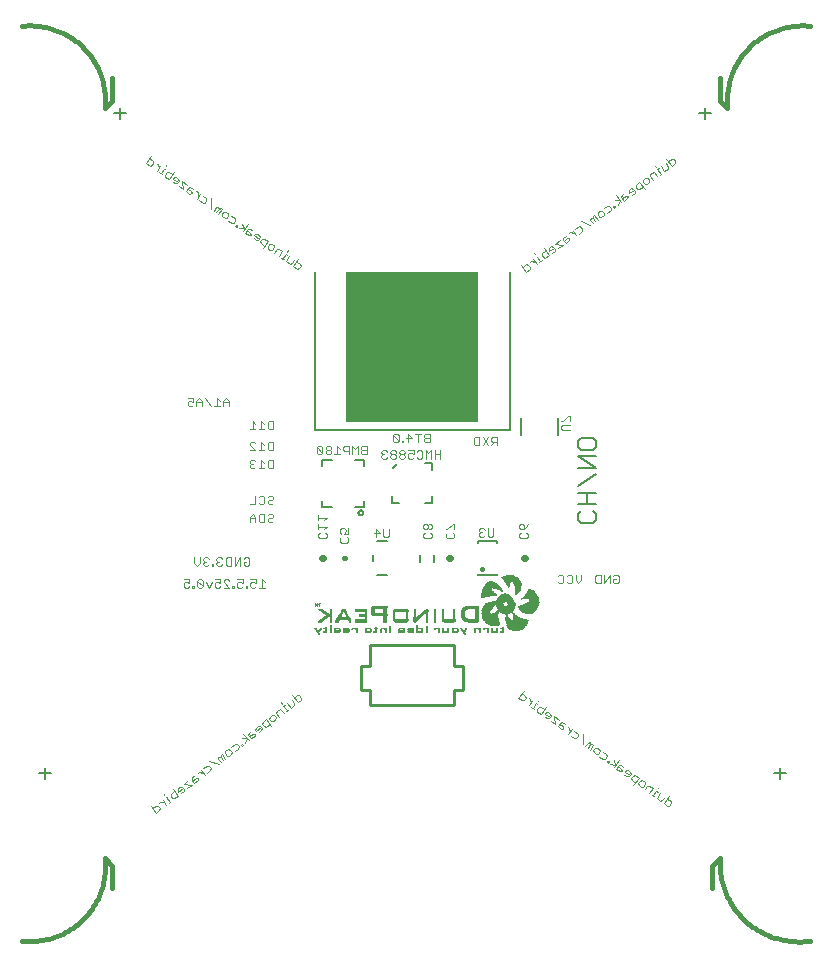
<source format=gbo>
G75*
G70*
%OFA0B0*%
%FSLAX24Y24*%
%IPPOS*%
%LPD*%
%AMOC8*
5,1,8,0,0,1.08239X$1,22.5*
%
%ADD10R,0.4400X0.5000*%
%ADD11C,0.0040*%
%ADD12C,0.0080*%
%ADD13C,0.0160*%
%ADD14C,0.0030*%
%ADD15R,0.0052X0.0006*%
%ADD16R,0.0052X0.0006*%
%ADD17R,0.0045X0.0006*%
%ADD18R,0.0046X0.0006*%
%ADD19R,0.0045X0.0007*%
%ADD20R,0.0046X0.0007*%
%ADD21R,0.0098X0.0007*%
%ADD22R,0.0071X0.0007*%
%ADD23R,0.0052X0.0007*%
%ADD24R,0.0175X0.0007*%
%ADD25R,0.0058X0.0007*%
%ADD26R,0.0052X0.0007*%
%ADD27R,0.0169X0.0007*%
%ADD28R,0.0078X0.0007*%
%ADD29R,0.0117X0.0006*%
%ADD30R,0.0215X0.0006*%
%ADD31R,0.0059X0.0006*%
%ADD32R,0.0195X0.0006*%
%ADD33R,0.0208X0.0006*%
%ADD34R,0.0214X0.0006*%
%ADD35R,0.0117X0.0006*%
%ADD36R,0.0071X0.0006*%
%ADD37R,0.0208X0.0006*%
%ADD38R,0.0221X0.0006*%
%ADD39R,0.0091X0.0006*%
%ADD40R,0.0078X0.0006*%
%ADD41R,0.0084X0.0006*%
%ADD42R,0.0078X0.0006*%
%ADD43R,0.0039X0.0006*%
%ADD44R,0.0039X0.0006*%
%ADD45R,0.0039X0.0007*%
%ADD46R,0.0136X0.0006*%
%ADD47R,0.0247X0.0007*%
%ADD48R,0.0201X0.0007*%
%ADD49R,0.0214X0.0007*%
%ADD50R,0.0273X0.0006*%
%ADD51R,0.0331X0.0006*%
%ADD52R,0.0344X0.0006*%
%ADD53R,0.0371X0.0006*%
%ADD54R,0.0384X0.0007*%
%ADD55R,0.0416X0.0006*%
%ADD56R,0.0436X0.0006*%
%ADD57R,0.0455X0.0006*%
%ADD58R,0.0163X0.0006*%
%ADD59R,0.0468X0.0006*%
%ADD60R,0.0488X0.0007*%
%ADD61R,0.0163X0.0007*%
%ADD62R,0.0059X0.0007*%
%ADD63R,0.0065X0.0007*%
%ADD64R,0.0176X0.0007*%
%ADD65R,0.0500X0.0006*%
%ADD66R,0.0520X0.0006*%
%ADD67R,0.0526X0.0006*%
%ADD68R,0.0533X0.0006*%
%ADD69R,0.0546X0.0007*%
%ADD70R,0.0559X0.0006*%
%ADD71R,0.0578X0.0006*%
%ADD72R,0.0585X0.0006*%
%ADD73R,0.0598X0.0006*%
%ADD74R,0.0598X0.0007*%
%ADD75R,0.0611X0.0006*%
%ADD76R,0.0617X0.0006*%
%ADD77R,0.0624X0.0006*%
%ADD78R,0.0630X0.0006*%
%ADD79R,0.0006X0.0006*%
%ADD80R,0.0644X0.0007*%
%ADD81R,0.0091X0.0007*%
%ADD82R,0.0650X0.0006*%
%ADD83R,0.0663X0.0006*%
%ADD84R,0.0013X0.0006*%
%ADD85R,0.0266X0.0006*%
%ADD86R,0.0325X0.0006*%
%ADD87R,0.0669X0.0006*%
%ADD88R,0.0351X0.0006*%
%ADD89R,0.0676X0.0007*%
%ADD90R,0.0357X0.0007*%
%ADD91R,0.0683X0.0006*%
%ADD92R,0.0377X0.0006*%
%ADD93R,0.0390X0.0006*%
%ADD94R,0.0696X0.0006*%
%ADD95R,0.0409X0.0006*%
%ADD96R,0.0702X0.0007*%
%ADD97R,0.0429X0.0007*%
%ADD98R,0.0702X0.0006*%
%ADD99R,0.0429X0.0006*%
%ADD100R,0.0715X0.0006*%
%ADD101R,0.0442X0.0006*%
%ADD102R,0.0721X0.0006*%
%ADD103R,0.0449X0.0006*%
%ADD104R,0.0728X0.0006*%
%ADD105R,0.0728X0.0007*%
%ADD106R,0.0455X0.0007*%
%ADD107R,0.0735X0.0006*%
%ADD108R,0.0462X0.0006*%
%ADD109R,0.0338X0.0006*%
%ADD110R,0.0319X0.0006*%
%ADD111R,0.0091X0.0006*%
%ADD112R,0.0085X0.0006*%
%ADD113R,0.0110X0.0006*%
%ADD114R,0.0423X0.0006*%
%ADD115R,0.0104X0.0006*%
%ADD116R,0.0150X0.0006*%
%ADD117R,0.0741X0.0006*%
%ADD118R,0.0468X0.0006*%
%ADD119R,0.0384X0.0006*%
%ADD120R,0.0098X0.0006*%
%ADD121R,0.0149X0.0006*%
%ADD122R,0.0475X0.0006*%
%ADD123R,0.0754X0.0007*%
%ADD124R,0.0481X0.0007*%
%ADD125R,0.0442X0.0007*%
%ADD126R,0.0423X0.0007*%
%ADD127R,0.0091X0.0007*%
%ADD128R,0.0085X0.0007*%
%ADD129R,0.0468X0.0007*%
%ADD130R,0.0110X0.0007*%
%ADD131R,0.0104X0.0007*%
%ADD132R,0.0143X0.0007*%
%ADD133R,0.0754X0.0006*%
%ADD134R,0.0488X0.0006*%
%ADD135R,0.0474X0.0006*%
%ADD136R,0.0760X0.0006*%
%ADD137R,0.0481X0.0006*%
%ADD138R,0.0111X0.0006*%
%ADD139R,0.0767X0.0006*%
%ADD140R,0.0494X0.0006*%
%ADD141R,0.0124X0.0006*%
%ADD142R,0.0501X0.0006*%
%ADD143R,0.0104X0.0006*%
%ADD144R,0.0143X0.0006*%
%ADD145R,0.0767X0.0007*%
%ADD146R,0.0494X0.0007*%
%ADD147R,0.0494X0.0007*%
%ADD148R,0.0130X0.0007*%
%ADD149R,0.0501X0.0007*%
%ADD150R,0.0111X0.0007*%
%ADD151R,0.0150X0.0007*%
%ADD152R,0.0461X0.0006*%
%ADD153R,0.0507X0.0006*%
%ADD154R,0.0507X0.0006*%
%ADD155R,0.0143X0.0006*%
%ADD156R,0.0182X0.0006*%
%ADD157R,0.0514X0.0006*%
%ADD158R,0.0494X0.0006*%
%ADD159R,0.0175X0.0006*%
%ADD160R,0.0156X0.0006*%
%ADD161R,0.0481X0.0007*%
%ADD162R,0.0514X0.0007*%
%ADD163R,0.0527X0.0007*%
%ADD164R,0.0149X0.0007*%
%ADD165R,0.0156X0.0006*%
%ADD166R,0.0364X0.0006*%
%ADD167R,0.0540X0.0006*%
%ADD168R,0.0182X0.0006*%
%ADD169R,0.0357X0.0006*%
%ADD170R,0.0189X0.0006*%
%ADD171R,0.0312X0.0007*%
%ADD172R,0.0136X0.0007*%
%ADD173R,0.0526X0.0007*%
%ADD174R,0.0435X0.0007*%
%ADD175R,0.0143X0.0007*%
%ADD176R,0.0273X0.0006*%
%ADD177R,0.0130X0.0006*%
%ADD178R,0.0533X0.0006*%
%ADD179R,0.0260X0.0006*%
%ADD180R,0.0123X0.0006*%
%ADD181R,0.0247X0.0006*%
%ADD182R,0.0221X0.0006*%
%ADD183R,0.0137X0.0006*%
%ADD184R,0.0234X0.0006*%
%ADD185R,0.0410X0.0006*%
%ADD186R,0.0215X0.0007*%
%ADD187R,0.0533X0.0007*%
%ADD188R,0.0396X0.0007*%
%ADD189R,0.0396X0.0006*%
%ADD190R,0.0169X0.0006*%
%ADD191R,0.0377X0.0006*%
%ADD192R,0.0540X0.0007*%
%ADD193R,0.0117X0.0007*%
%ADD194R,0.0286X0.0006*%
%ADD195R,0.0240X0.0006*%
%ADD196R,0.0546X0.0006*%
%ADD197R,0.0286X0.0007*%
%ADD198R,0.0065X0.0006*%
%ADD199R,0.0553X0.0006*%
%ADD200R,0.0072X0.0006*%
%ADD201R,0.0058X0.0006*%
%ADD202R,0.0553X0.0007*%
%ADD203R,0.0117X0.0007*%
%ADD204R,0.0208X0.0007*%
%ADD205R,0.0312X0.0006*%
%ADD206R,0.0032X0.0007*%
%ADD207R,0.0195X0.0007*%
%ADD208R,0.0293X0.0007*%
%ADD209R,0.0520X0.0007*%
%ADD210R,0.0084X0.0007*%
%ADD211R,0.0124X0.0007*%
%ADD212R,0.0026X0.0006*%
%ADD213R,0.0188X0.0006*%
%ADD214R,0.0020X0.0006*%
%ADD215R,0.0227X0.0006*%
%ADD216R,0.0280X0.0006*%
%ADD217R,0.0254X0.0006*%
%ADD218R,0.0273X0.0007*%
%ADD219R,0.0013X0.0007*%
%ADD220R,0.0280X0.0007*%
%ADD221R,0.0293X0.0006*%
%ADD222R,0.0013X0.0006*%
%ADD223R,0.0305X0.0006*%
%ADD224R,0.0201X0.0006*%
%ADD225R,0.0338X0.0006*%
%ADD226R,0.0390X0.0007*%
%ADD227R,0.0299X0.0006*%
%ADD228R,0.0507X0.0007*%
%ADD229R,0.0305X0.0007*%
%ADD230R,0.0156X0.0007*%
%ADD231R,0.0513X0.0006*%
%ADD232R,0.0474X0.0007*%
%ADD233R,0.0137X0.0007*%
%ADD234R,0.0527X0.0006*%
%ADD235R,0.0572X0.0006*%
%ADD236R,0.0578X0.0007*%
%ADD237R,0.0559X0.0007*%
%ADD238R,0.0332X0.0007*%
%ADD239R,0.0533X0.0007*%
%ADD240R,0.0592X0.0006*%
%ADD241R,0.0565X0.0006*%
%ADD242R,0.0332X0.0006*%
%ADD243R,0.0579X0.0006*%
%ADD244R,0.0605X0.0006*%
%ADD245R,0.0617X0.0007*%
%ADD246R,0.0585X0.0007*%
%ADD247R,0.0344X0.0007*%
%ADD248R,0.0591X0.0006*%
%ADD249R,0.0351X0.0006*%
%ADD250R,0.0637X0.0006*%
%ADD251R,0.0650X0.0007*%
%ADD252R,0.0605X0.0007*%
%ADD253R,0.0351X0.0007*%
%ADD254R,0.0500X0.0007*%
%ADD255R,0.0663X0.0006*%
%ADD256R,0.0397X0.0006*%
%ADD257R,0.0637X0.0006*%
%ADD258R,0.0624X0.0007*%
%ADD259R,0.0266X0.0007*%
%ADD260R,0.0254X0.0007*%
%ADD261R,0.0006X0.0007*%
%ADD262R,0.0598X0.0006*%
%ADD263R,0.0241X0.0006*%
%ADD264R,0.0253X0.0006*%
%ADD265R,0.0026X0.0006*%
%ADD266R,0.0364X0.0006*%
%ADD267R,0.0546X0.0007*%
%ADD268R,0.0247X0.0007*%
%ADD269R,0.0234X0.0007*%
%ADD270R,0.0364X0.0007*%
%ADD271R,0.0539X0.0006*%
%ADD272R,0.0247X0.0006*%
%ADD273R,0.0032X0.0006*%
%ADD274R,0.0240X0.0007*%
%ADD275R,0.0026X0.0007*%
%ADD276R,0.0429X0.0006*%
%ADD277R,0.0416X0.0007*%
%ADD278R,0.0539X0.0007*%
%ADD279R,0.0403X0.0006*%
%ADD280R,0.0345X0.0006*%
%ADD281R,0.0331X0.0007*%
%ADD282R,0.0579X0.0007*%
%ADD283R,0.0572X0.0006*%
%ADD284R,0.0566X0.0006*%
%ADD285R,0.0306X0.0006*%
%ADD286R,0.0325X0.0007*%
%ADD287R,0.0026X0.0007*%
%ADD288R,0.0202X0.0006*%
%ADD289R,0.0234X0.0006*%
%ADD290R,0.0448X0.0007*%
%ADD291R,0.0013X0.0007*%
%ADD292R,0.0260X0.0007*%
%ADD293R,0.0442X0.0006*%
%ADD294R,0.0299X0.0006*%
%ADD295R,0.0410X0.0007*%
%ADD296R,0.0403X0.0006*%
%ADD297R,0.0370X0.0006*%
%ADD298R,0.0019X0.0006*%
%ADD299R,0.0370X0.0007*%
%ADD300R,0.0475X0.0007*%
%ADD301R,0.0435X0.0006*%
%ADD302R,0.0397X0.0007*%
%ADD303R,0.0189X0.0007*%
%ADD304R,0.0351X0.0007*%
%ADD305R,0.0169X0.0007*%
%ADD306R,0.0319X0.0007*%
%ADD307R,0.0176X0.0006*%
%ADD308R,0.0312X0.0006*%
%ADD309R,0.0202X0.0007*%
%ADD310R,0.0279X0.0007*%
%ADD311R,0.0286X0.0006*%
%ADD312R,0.0565X0.0007*%
%ADD313R,0.0221X0.0007*%
%ADD314R,0.0468X0.0007*%
%ADD315R,0.0234X0.0007*%
%ADD316R,0.0241X0.0007*%
%ADD317R,0.0169X0.0006*%
%ADD318R,0.0182X0.0007*%
%ADD319R,0.0507X0.0007*%
%ADD320R,0.0279X0.0006*%
%ADD321C,0.0120*%
%ADD322C,0.0220*%
%ADD323C,0.0060*%
%ADD324C,0.0100*%
%ADD325C,0.0050*%
D10*
X023732Y028282D03*
D11*
X023830Y025382D02*
X024017Y025382D01*
X023924Y025382D02*
X023924Y025102D01*
X024125Y025149D02*
X024172Y025102D01*
X024312Y025102D01*
X024312Y025382D01*
X024172Y025382D01*
X024125Y025335D01*
X024125Y025289D01*
X024172Y025242D01*
X024312Y025242D01*
X024172Y025242D02*
X024125Y025195D01*
X024125Y025149D01*
X024180Y024832D02*
X024180Y024552D01*
X024073Y024599D02*
X024026Y024552D01*
X023932Y024552D01*
X023886Y024599D01*
X023778Y024599D02*
X023731Y024552D01*
X023638Y024552D01*
X023591Y024599D01*
X023591Y024692D01*
X023638Y024739D01*
X023685Y024739D01*
X023778Y024692D01*
X023778Y024832D01*
X023591Y024832D01*
X023483Y024785D02*
X023483Y024739D01*
X023437Y024692D01*
X023343Y024692D01*
X023296Y024645D01*
X023296Y024599D01*
X023343Y024552D01*
X023437Y024552D01*
X023483Y024599D01*
X023483Y024645D01*
X023437Y024692D01*
X023343Y024692D02*
X023296Y024739D01*
X023296Y024785D01*
X023343Y024832D01*
X023437Y024832D01*
X023483Y024785D01*
X023189Y024785D02*
X023189Y024739D01*
X023142Y024692D01*
X023049Y024692D01*
X023002Y024645D01*
X023002Y024599D01*
X023049Y024552D01*
X023142Y024552D01*
X023189Y024599D01*
X023189Y024645D01*
X023142Y024692D01*
X023049Y024692D02*
X023002Y024739D01*
X023002Y024785D01*
X023049Y024832D01*
X023142Y024832D01*
X023189Y024785D01*
X022894Y024785D02*
X022847Y024832D01*
X022754Y024832D01*
X022707Y024785D01*
X022707Y024739D01*
X022754Y024692D01*
X022707Y024645D01*
X022707Y024599D01*
X022754Y024552D01*
X022847Y024552D01*
X022894Y024599D01*
X022801Y024692D02*
X022754Y024692D01*
X022212Y024702D02*
X022072Y024702D01*
X022025Y024749D01*
X022025Y024795D01*
X022072Y024842D01*
X022212Y024842D01*
X022212Y024702D02*
X022212Y024982D01*
X022072Y024982D01*
X022025Y024935D01*
X022025Y024889D01*
X022072Y024842D01*
X021917Y024702D02*
X021917Y024982D01*
X021824Y024889D01*
X021730Y024982D01*
X021730Y024702D01*
X021623Y024702D02*
X021623Y024982D01*
X021482Y024982D01*
X021436Y024935D01*
X021436Y024842D01*
X021482Y024795D01*
X021623Y024795D01*
X021328Y024702D02*
X021141Y024702D01*
X021235Y024702D02*
X021235Y024982D01*
X021328Y024889D01*
X021033Y024889D02*
X021033Y024935D01*
X020987Y024982D01*
X020893Y024982D01*
X020846Y024935D01*
X020846Y024889D01*
X020893Y024842D01*
X020987Y024842D01*
X021033Y024889D01*
X020987Y024842D02*
X021033Y024795D01*
X021033Y024749D01*
X020987Y024702D01*
X020893Y024702D01*
X020846Y024749D01*
X020846Y024795D01*
X020893Y024842D01*
X020739Y024749D02*
X020552Y024935D01*
X020552Y024749D01*
X020599Y024702D01*
X020692Y024702D01*
X020739Y024749D01*
X020739Y024935D01*
X020692Y024982D01*
X020599Y024982D01*
X020552Y024935D01*
X019096Y024832D02*
X018956Y024832D01*
X018909Y024879D01*
X018909Y025065D01*
X018956Y025112D01*
X019096Y025112D01*
X019096Y024832D01*
X018801Y024832D02*
X018614Y024832D01*
X018708Y024832D02*
X018708Y025112D01*
X018801Y025019D01*
X018507Y025065D02*
X018460Y025112D01*
X018366Y025112D01*
X018320Y025065D01*
X018320Y025019D01*
X018507Y024832D01*
X018320Y024832D01*
X018366Y024512D02*
X018320Y024465D01*
X018320Y024419D01*
X018366Y024372D01*
X018320Y024325D01*
X018320Y024279D01*
X018366Y024232D01*
X018460Y024232D01*
X018507Y024279D01*
X018614Y024232D02*
X018801Y024232D01*
X018708Y024232D02*
X018708Y024512D01*
X018801Y024419D01*
X018909Y024465D02*
X018956Y024512D01*
X019096Y024512D01*
X019096Y024232D01*
X018956Y024232D01*
X018909Y024279D01*
X018909Y024465D01*
X018507Y024465D02*
X018460Y024512D01*
X018366Y024512D01*
X018366Y024372D02*
X018413Y024372D01*
X018507Y023312D02*
X018507Y023032D01*
X018320Y023032D01*
X018614Y023079D02*
X018661Y023032D01*
X018754Y023032D01*
X018801Y023079D01*
X018801Y023265D01*
X018754Y023312D01*
X018661Y023312D01*
X018614Y023265D01*
X018909Y023265D02*
X018956Y023312D01*
X019049Y023312D01*
X019096Y023265D01*
X019096Y023219D01*
X019049Y023172D01*
X018956Y023172D01*
X018909Y023125D01*
X018909Y023079D01*
X018956Y023032D01*
X019049Y023032D01*
X019096Y023079D01*
X019049Y022712D02*
X018956Y022712D01*
X018909Y022665D01*
X018956Y022572D02*
X018909Y022525D01*
X018909Y022479D01*
X018956Y022432D01*
X019049Y022432D01*
X019096Y022479D01*
X019049Y022572D02*
X018956Y022572D01*
X019049Y022572D02*
X019096Y022619D01*
X019096Y022665D01*
X019049Y022712D01*
X018801Y022712D02*
X018661Y022712D01*
X018614Y022665D01*
X018614Y022479D01*
X018661Y022432D01*
X018801Y022432D01*
X018801Y022712D01*
X018507Y022619D02*
X018413Y022712D01*
X018320Y022619D01*
X018320Y022432D01*
X018320Y022572D02*
X018507Y022572D01*
X018507Y022619D02*
X018507Y022432D01*
X018249Y021262D02*
X018296Y021215D01*
X018296Y021029D01*
X018249Y020982D01*
X018156Y020982D01*
X018109Y021029D01*
X018109Y021122D01*
X018202Y021122D01*
X018109Y021215D02*
X018156Y021262D01*
X018249Y021262D01*
X018001Y021262D02*
X017814Y020982D01*
X017814Y021262D01*
X017707Y021262D02*
X017566Y021262D01*
X017520Y021215D01*
X017520Y021029D01*
X017566Y020982D01*
X017707Y020982D01*
X017707Y021262D01*
X018001Y021262D02*
X018001Y020982D01*
X018075Y020532D02*
X017888Y020532D01*
X017935Y020439D02*
X017888Y020392D01*
X017888Y020299D01*
X017935Y020252D01*
X018029Y020252D01*
X018075Y020299D01*
X018075Y020392D02*
X017982Y020439D01*
X017935Y020439D01*
X018075Y020392D02*
X018075Y020532D01*
X018176Y020299D02*
X018176Y020252D01*
X018223Y020252D01*
X018223Y020299D01*
X018176Y020299D01*
X018330Y020299D02*
X018377Y020252D01*
X018471Y020252D01*
X018517Y020299D01*
X018517Y020392D02*
X018424Y020439D01*
X018377Y020439D01*
X018330Y020392D01*
X018330Y020299D01*
X018517Y020392D02*
X018517Y020532D01*
X018330Y020532D01*
X018718Y020532D02*
X018718Y020252D01*
X018625Y020252D02*
X018812Y020252D01*
X018812Y020439D02*
X018718Y020532D01*
X017781Y020299D02*
X017734Y020299D01*
X017734Y020252D01*
X017781Y020252D01*
X017781Y020299D01*
X017633Y020252D02*
X017446Y020439D01*
X017446Y020485D01*
X017493Y020532D01*
X017587Y020532D01*
X017633Y020485D01*
X017633Y020252D02*
X017446Y020252D01*
X017339Y020299D02*
X017292Y020252D01*
X017199Y020252D01*
X017152Y020299D01*
X017152Y020392D01*
X017199Y020439D01*
X017245Y020439D01*
X017339Y020392D01*
X017339Y020532D01*
X017152Y020532D01*
X017044Y020439D02*
X016951Y020252D01*
X016857Y020439D01*
X016749Y020485D02*
X016703Y020532D01*
X016609Y020532D01*
X016563Y020485D01*
X016749Y020299D01*
X016703Y020252D01*
X016609Y020252D01*
X016563Y020299D01*
X016563Y020485D01*
X016749Y020485D02*
X016749Y020299D01*
X016455Y020299D02*
X016408Y020299D01*
X016408Y020252D01*
X016455Y020252D01*
X016455Y020299D01*
X016307Y020299D02*
X016261Y020252D01*
X016167Y020252D01*
X016121Y020299D01*
X016121Y020392D01*
X016167Y020439D01*
X016214Y020439D01*
X016307Y020392D01*
X016307Y020532D01*
X016121Y020532D01*
X016563Y020982D02*
X016470Y021075D01*
X016470Y021262D01*
X016657Y021262D02*
X016657Y021075D01*
X016563Y020982D01*
X016764Y021029D02*
X016811Y020982D01*
X016904Y020982D01*
X016951Y021029D01*
X017052Y021029D02*
X017052Y020982D01*
X017099Y020982D01*
X017099Y021029D01*
X017052Y021029D01*
X017206Y021029D02*
X017253Y020982D01*
X017346Y020982D01*
X017393Y021029D01*
X017300Y021122D02*
X017253Y021122D01*
X017206Y021075D01*
X017206Y021029D01*
X017253Y021122D02*
X017206Y021169D01*
X017206Y021215D01*
X017253Y021262D01*
X017346Y021262D01*
X017393Y021215D01*
X016951Y021215D02*
X016904Y021262D01*
X016811Y021262D01*
X016764Y021215D01*
X016764Y021169D01*
X016811Y021122D01*
X016764Y021075D01*
X016764Y021029D01*
X016811Y021122D02*
X016858Y021122D01*
X020602Y021949D02*
X020602Y022042D01*
X020649Y022089D01*
X020602Y022197D02*
X020602Y022383D01*
X020602Y022290D02*
X020882Y022290D01*
X020789Y022197D01*
X020835Y022089D02*
X020882Y022042D01*
X020882Y021949D01*
X020835Y021902D01*
X020649Y021902D01*
X020602Y021949D01*
X020602Y022491D02*
X020602Y022678D01*
X020602Y022585D02*
X020882Y022585D01*
X020789Y022491D01*
X021327Y022187D02*
X021327Y022093D01*
X021374Y022047D01*
X021467Y022047D02*
X021514Y022140D01*
X021514Y022187D01*
X021467Y022233D01*
X021374Y022233D01*
X021327Y022187D01*
X021467Y022047D02*
X021607Y022047D01*
X021607Y022233D01*
X021560Y021939D02*
X021607Y021892D01*
X021607Y021799D01*
X021560Y021752D01*
X021374Y021752D01*
X021327Y021799D01*
X021327Y021892D01*
X021374Y021939D01*
X022470Y022072D02*
X022657Y022072D01*
X022516Y022212D01*
X022516Y021932D01*
X022764Y021979D02*
X022764Y022212D01*
X022951Y022212D02*
X022951Y021979D01*
X022904Y021932D01*
X022811Y021932D01*
X022764Y021979D01*
X024102Y021949D02*
X024102Y022042D01*
X024149Y022089D01*
X024149Y022197D02*
X024195Y022197D01*
X024242Y022243D01*
X024242Y022337D01*
X024195Y022383D01*
X024149Y022383D01*
X024102Y022337D01*
X024102Y022243D01*
X024149Y022197D01*
X024242Y022243D02*
X024289Y022197D01*
X024335Y022197D01*
X024382Y022243D01*
X024382Y022337D01*
X024335Y022383D01*
X024289Y022383D01*
X024242Y022337D01*
X024335Y022089D02*
X024382Y022042D01*
X024382Y021949D01*
X024335Y021902D01*
X024149Y021902D01*
X024102Y021949D01*
X024852Y021949D02*
X024852Y022042D01*
X024899Y022089D01*
X024899Y022197D02*
X024852Y022197D01*
X024899Y022197D02*
X025085Y022383D01*
X025132Y022383D01*
X025132Y022197D01*
X025085Y022089D02*
X025132Y022042D01*
X025132Y021949D01*
X025085Y021902D01*
X024899Y021902D01*
X024852Y021949D01*
X025955Y021999D02*
X026002Y021952D01*
X026096Y021952D01*
X026142Y021999D01*
X026250Y021999D02*
X026250Y022232D01*
X026142Y022185D02*
X026096Y022232D01*
X026002Y022232D01*
X025955Y022185D01*
X025955Y022139D01*
X026002Y022092D01*
X025955Y022045D01*
X025955Y021999D01*
X026002Y022092D02*
X026049Y022092D01*
X026250Y021999D02*
X026297Y021952D01*
X026390Y021952D01*
X026437Y021999D01*
X026437Y022232D01*
X027302Y022243D02*
X027302Y022337D01*
X027349Y022383D01*
X027395Y022383D01*
X027442Y022337D01*
X027442Y022197D01*
X027349Y022197D01*
X027302Y022243D01*
X027442Y022197D02*
X027535Y022290D01*
X027582Y022383D01*
X027535Y022089D02*
X027582Y022042D01*
X027582Y021949D01*
X027535Y021902D01*
X027349Y021902D01*
X027302Y021949D01*
X027302Y022042D01*
X027349Y022089D01*
X028632Y020682D02*
X028726Y020682D01*
X028773Y020635D01*
X028773Y020449D01*
X028726Y020402D01*
X028632Y020402D01*
X028586Y020449D01*
X028586Y020635D02*
X028632Y020682D01*
X028880Y020635D02*
X028927Y020682D01*
X029021Y020682D01*
X029067Y020635D01*
X029067Y020449D01*
X029021Y020402D01*
X028927Y020402D01*
X028880Y020449D01*
X029175Y020495D02*
X029268Y020402D01*
X029362Y020495D01*
X029362Y020682D01*
X029175Y020682D02*
X029175Y020495D01*
X029836Y020449D02*
X029882Y020402D01*
X030023Y020402D01*
X030023Y020682D01*
X029882Y020682D01*
X029836Y020635D01*
X029836Y020449D01*
X030130Y020402D02*
X030130Y020682D01*
X030317Y020682D02*
X030130Y020402D01*
X030317Y020402D02*
X030317Y020682D01*
X030425Y020635D02*
X030472Y020682D01*
X030565Y020682D01*
X030612Y020635D01*
X030612Y020449D01*
X030565Y020402D01*
X030472Y020402D01*
X030425Y020449D01*
X030425Y020542D01*
X030518Y020542D01*
X026558Y025005D02*
X026558Y025286D01*
X026418Y025286D01*
X026372Y025239D01*
X026372Y025146D01*
X026418Y025099D01*
X026558Y025099D01*
X026465Y025099D02*
X026372Y025005D01*
X026264Y025005D02*
X026077Y025286D01*
X025969Y025286D02*
X025829Y025286D01*
X025782Y025239D01*
X025782Y025052D01*
X025829Y025005D01*
X025969Y025005D01*
X025969Y025286D01*
X026264Y025286D02*
X026077Y025005D01*
X024662Y024832D02*
X024662Y024552D01*
X024662Y024692D02*
X024475Y024692D01*
X024475Y024832D02*
X024475Y024552D01*
X024367Y024552D02*
X024367Y024832D01*
X024274Y024739D01*
X024180Y024832D01*
X024073Y024785D02*
X024073Y024599D01*
X024073Y024785D02*
X024026Y024832D01*
X023932Y024832D01*
X023886Y024785D01*
X023582Y025102D02*
X023582Y025382D01*
X023723Y025242D01*
X023536Y025242D01*
X023428Y025149D02*
X023381Y025149D01*
X023381Y025102D01*
X023428Y025102D01*
X023428Y025149D01*
X023281Y025149D02*
X023094Y025335D01*
X023094Y025149D01*
X023140Y025102D01*
X023234Y025102D01*
X023281Y025149D01*
X023281Y025335D01*
X023234Y025382D01*
X023140Y025382D01*
X023094Y025335D01*
X019096Y025532D02*
X018956Y025532D01*
X018909Y025579D01*
X018909Y025765D01*
X018956Y025812D01*
X019096Y025812D01*
X019096Y025532D01*
X018801Y025532D02*
X018614Y025532D01*
X018708Y025532D02*
X018708Y025812D01*
X018801Y025719D01*
X018507Y025719D02*
X018413Y025812D01*
X018413Y025532D01*
X018320Y025532D02*
X018507Y025532D01*
X017612Y026302D02*
X017612Y026489D01*
X017518Y026582D01*
X017425Y026489D01*
X017425Y026302D01*
X017317Y026302D02*
X017130Y026302D01*
X017224Y026302D02*
X017224Y026582D01*
X017317Y026489D01*
X017425Y026442D02*
X017612Y026442D01*
X017023Y026302D02*
X016836Y026582D01*
X016728Y026489D02*
X016635Y026582D01*
X016541Y026489D01*
X016541Y026302D01*
X016433Y026349D02*
X016387Y026302D01*
X016293Y026302D01*
X016246Y026349D01*
X016246Y026442D01*
X016293Y026489D01*
X016340Y026489D01*
X016433Y026442D01*
X016433Y026582D01*
X016246Y026582D01*
X016541Y026442D02*
X016728Y026442D01*
X016728Y026489D02*
X016728Y026302D01*
X028702Y025797D02*
X028749Y025797D01*
X028935Y025983D01*
X028982Y025983D01*
X028982Y025797D01*
X028982Y025689D02*
X028749Y025689D01*
X028702Y025642D01*
X028702Y025549D01*
X028749Y025502D01*
X028982Y025502D01*
D12*
X029272Y025143D02*
X029369Y025240D01*
X029756Y025240D01*
X029852Y025143D01*
X029852Y024950D01*
X029756Y024853D01*
X029369Y024853D01*
X029272Y024950D01*
X029272Y025143D01*
X029272Y024632D02*
X029852Y024632D01*
X029852Y024245D02*
X029272Y024632D01*
X029272Y024245D02*
X029852Y024245D01*
X029852Y024024D02*
X029272Y023637D01*
X029272Y023417D02*
X029852Y023417D01*
X029562Y023417D02*
X029562Y023030D01*
X029272Y023030D02*
X029852Y023030D01*
X029756Y022809D02*
X029852Y022712D01*
X029852Y022519D01*
X029756Y022422D01*
X029369Y022422D01*
X029272Y022519D01*
X029272Y022712D01*
X029369Y022809D01*
X026551Y021792D02*
X026551Y021755D01*
X026551Y021792D02*
X025913Y021792D01*
X025913Y021755D01*
X025913Y020709D02*
X025913Y020672D01*
X026551Y020672D01*
X026551Y020709D01*
X024401Y023063D02*
X024165Y023063D01*
X024401Y023063D02*
X024401Y023299D01*
X024401Y024165D02*
X024401Y024401D01*
X024165Y024401D01*
X023236Y024376D02*
X023088Y024236D01*
X023063Y023299D02*
X023063Y023063D01*
X023299Y023063D01*
X022118Y023141D02*
X022118Y022944D01*
X021822Y022944D01*
X021074Y022944D02*
X020740Y022944D01*
X020740Y023141D01*
X020740Y024322D02*
X020740Y024519D01*
X021074Y024519D01*
X021822Y024519D02*
X022118Y024519D01*
X022118Y024322D01*
X022563Y021792D02*
X022901Y021792D01*
X022413Y021338D02*
X022413Y021126D01*
X022563Y020672D02*
X022901Y020672D01*
X011692Y014062D02*
X011305Y014062D01*
X011498Y013869D02*
X011498Y014256D01*
X013998Y035869D02*
X013998Y036256D01*
X013805Y036062D02*
X014192Y036062D01*
X033305Y036062D02*
X033692Y036062D01*
X033498Y035869D02*
X033498Y036256D01*
X035998Y014256D02*
X035998Y013869D01*
X035805Y014062D02*
X036192Y014062D01*
D13*
X013482Y011232D02*
X013489Y011133D01*
X013493Y011035D01*
X013494Y010936D01*
X013490Y010837D01*
X013482Y010739D01*
X013471Y010641D01*
X013455Y010543D01*
X013436Y010446D01*
X013413Y010350D01*
X013386Y010255D01*
X013356Y010161D01*
X013322Y010068D01*
X013284Y009977D01*
X013243Y009887D01*
X013198Y009799D01*
X013150Y009713D01*
X013098Y009628D01*
X013043Y009546D01*
X012985Y009466D01*
X012924Y009389D01*
X012860Y009314D01*
X012793Y009241D01*
X012723Y009171D01*
X012650Y009104D01*
X012575Y009040D01*
X012498Y008979D01*
X012418Y008921D01*
X012336Y008866D01*
X012251Y008814D01*
X012165Y008766D01*
X012077Y008721D01*
X011987Y008680D01*
X011896Y008642D01*
X011803Y008608D01*
X011709Y008578D01*
X011614Y008551D01*
X011518Y008528D01*
X011421Y008509D01*
X011323Y008493D01*
X011225Y008482D01*
X011127Y008474D01*
X011028Y008470D01*
X010929Y008471D01*
X010831Y008475D01*
X010732Y008482D01*
X013732Y010232D02*
X013732Y010982D01*
X013482Y011232D01*
X021470Y021232D02*
X021494Y021232D01*
X033732Y010982D02*
X033732Y010232D01*
X033732Y010982D02*
X033982Y011232D01*
X033978Y011131D01*
X033979Y011029D01*
X033983Y010928D01*
X033991Y010828D01*
X034002Y010727D01*
X034018Y010627D01*
X034037Y010528D01*
X034061Y010429D01*
X034088Y010332D01*
X034119Y010236D01*
X034153Y010140D01*
X034191Y010047D01*
X034233Y009955D01*
X034278Y009864D01*
X034327Y009775D01*
X034379Y009689D01*
X034434Y009604D01*
X034493Y009521D01*
X034554Y009441D01*
X034619Y009364D01*
X034687Y009288D01*
X034757Y009216D01*
X034831Y009146D01*
X034906Y009079D01*
X034985Y009015D01*
X035066Y008954D01*
X035149Y008897D01*
X035234Y008842D01*
X035321Y008791D01*
X035410Y008743D01*
X035501Y008699D01*
X035594Y008658D01*
X035688Y008621D01*
X035783Y008587D01*
X035880Y008558D01*
X035978Y008531D01*
X036076Y008509D01*
X036176Y008491D01*
X036276Y008476D01*
X036377Y008465D01*
X036477Y008458D01*
X036579Y008455D01*
X036680Y008456D01*
X036781Y008461D01*
X036882Y008469D01*
X036982Y008482D01*
X034232Y036232D02*
X033982Y036482D01*
X033982Y037232D01*
X034232Y036232D02*
X034225Y036331D01*
X034221Y036429D01*
X034220Y036528D01*
X034224Y036627D01*
X034232Y036725D01*
X034243Y036823D01*
X034259Y036921D01*
X034278Y037018D01*
X034301Y037114D01*
X034328Y037209D01*
X034358Y037303D01*
X034392Y037396D01*
X034430Y037487D01*
X034471Y037577D01*
X034516Y037665D01*
X034564Y037751D01*
X034616Y037836D01*
X034671Y037918D01*
X034729Y037998D01*
X034790Y038075D01*
X034854Y038150D01*
X034921Y038223D01*
X034991Y038293D01*
X035064Y038360D01*
X035139Y038424D01*
X035216Y038485D01*
X035296Y038543D01*
X035378Y038598D01*
X035463Y038650D01*
X035549Y038698D01*
X035637Y038743D01*
X035727Y038784D01*
X035818Y038822D01*
X035911Y038856D01*
X036005Y038886D01*
X036100Y038913D01*
X036196Y038936D01*
X036293Y038955D01*
X036391Y038971D01*
X036489Y038982D01*
X036587Y038990D01*
X036686Y038994D01*
X036785Y038993D01*
X036883Y038989D01*
X036982Y038982D01*
X013732Y037232D02*
X013732Y036482D01*
X013482Y036232D01*
X013489Y036331D01*
X013493Y036429D01*
X013494Y036528D01*
X013490Y036627D01*
X013482Y036725D01*
X013471Y036823D01*
X013455Y036921D01*
X013436Y037018D01*
X013413Y037114D01*
X013386Y037209D01*
X013356Y037303D01*
X013322Y037396D01*
X013284Y037487D01*
X013243Y037577D01*
X013198Y037665D01*
X013150Y037751D01*
X013098Y037836D01*
X013043Y037918D01*
X012985Y037998D01*
X012924Y038075D01*
X012860Y038150D01*
X012793Y038223D01*
X012723Y038293D01*
X012650Y038360D01*
X012575Y038424D01*
X012498Y038485D01*
X012418Y038543D01*
X012336Y038598D01*
X012251Y038650D01*
X012165Y038698D01*
X012077Y038743D01*
X011987Y038784D01*
X011896Y038822D01*
X011803Y038856D01*
X011709Y038886D01*
X011614Y038913D01*
X011518Y038936D01*
X011421Y038955D01*
X011323Y038971D01*
X011225Y038982D01*
X011127Y038990D01*
X011028Y038994D01*
X010929Y038993D01*
X010831Y038989D01*
X010732Y038982D01*
D14*
X015028Y034638D02*
X014862Y034400D01*
X014981Y034317D01*
X015048Y034329D01*
X015104Y034408D01*
X015092Y034475D01*
X014973Y034559D01*
X015214Y034390D02*
X015253Y034362D01*
X015277Y034228D01*
X015333Y034307D02*
X015222Y034148D01*
X015303Y034091D02*
X015383Y034036D01*
X015343Y034063D02*
X015454Y034222D01*
X015494Y034194D01*
X015509Y034301D02*
X015537Y034341D01*
X015549Y034097D02*
X015616Y034108D01*
X015735Y034025D01*
X015790Y034104D02*
X015624Y033867D01*
X015505Y033950D01*
X015493Y034017D01*
X015549Y034097D01*
X015790Y033928D02*
X015762Y033888D01*
X015921Y033777D01*
X015948Y033817D02*
X015937Y033884D01*
X015857Y033939D01*
X015790Y033928D01*
X015746Y033781D02*
X015826Y033725D01*
X015893Y033737D01*
X015948Y033817D01*
X016059Y033798D02*
X016107Y033529D01*
X015948Y033640D01*
X016059Y033798D02*
X016218Y033687D01*
X016273Y033590D02*
X016189Y033471D01*
X016308Y033387D01*
X016376Y033399D01*
X016364Y033467D01*
X016245Y033550D01*
X016273Y033590D02*
X016340Y033601D01*
X016419Y033546D01*
X016541Y033461D02*
X016581Y033433D01*
X016605Y033298D01*
X016549Y033219D02*
X016660Y033377D01*
X016743Y033319D02*
X016862Y033236D01*
X016874Y033169D01*
X016818Y033089D01*
X016751Y033078D01*
X016632Y033161D01*
X017040Y033230D02*
X017032Y032881D01*
X017115Y032823D02*
X017198Y032942D01*
X017265Y032954D01*
X017277Y032886D01*
X017194Y032767D01*
X017273Y032712D02*
X017384Y032870D01*
X017345Y032898D01*
X017277Y032886D01*
X017439Y032773D02*
X017507Y032785D01*
X017586Y032729D01*
X017598Y032662D01*
X017542Y032582D01*
X017475Y032571D01*
X017396Y032626D01*
X017384Y032693D01*
X017439Y032773D01*
X017708Y032643D02*
X017827Y032560D01*
X017839Y032493D01*
X017784Y032413D01*
X017716Y032402D01*
X017597Y032485D01*
X017837Y032317D02*
X017877Y032289D01*
X017904Y032329D01*
X017865Y032357D01*
X017837Y032317D01*
X017959Y032232D02*
X018133Y032228D01*
X018070Y032390D01*
X018244Y032386D02*
X018078Y032148D01*
X018161Y032090D02*
X018279Y032007D01*
X018347Y032019D01*
X018335Y032086D01*
X018216Y032170D01*
X018244Y032209D02*
X018161Y032090D01*
X018244Y032209D02*
X018311Y032221D01*
X018390Y032166D01*
X018485Y032040D02*
X018457Y032001D01*
X018616Y031890D01*
X018644Y031929D02*
X018632Y031997D01*
X018553Y032052D01*
X018485Y032040D01*
X018442Y031894D02*
X018521Y031838D01*
X018588Y031850D01*
X018644Y031929D01*
X018727Y031871D02*
X018671Y031792D01*
X018683Y031725D01*
X018802Y031641D01*
X018746Y031562D02*
X018913Y031800D01*
X018794Y031883D01*
X018727Y031871D01*
X018968Y031702D02*
X019035Y031714D01*
X019115Y031659D01*
X019126Y031591D01*
X019071Y031512D01*
X019004Y031500D01*
X018924Y031556D01*
X018912Y031623D01*
X018968Y031702D01*
X019209Y031533D02*
X019126Y031414D01*
X019209Y031533D02*
X019277Y031545D01*
X019396Y031462D01*
X019285Y031303D01*
X019366Y031246D02*
X019445Y031191D01*
X019406Y031219D02*
X019517Y031377D01*
X019556Y031349D01*
X019639Y031291D02*
X019528Y031133D01*
X019647Y031050D01*
X019715Y031061D01*
X019798Y031180D01*
X019881Y031122D02*
X020000Y031039D01*
X020011Y030972D01*
X019956Y030892D01*
X019889Y030881D01*
X019770Y030964D01*
X019936Y031202D01*
X019572Y031456D02*
X019600Y031496D01*
X027360Y031021D02*
X027531Y030786D01*
X027648Y030871D01*
X027659Y030939D01*
X027602Y031017D01*
X027535Y031028D01*
X027417Y030942D01*
X027655Y031115D02*
X027694Y031144D01*
X027829Y031122D01*
X027886Y031044D02*
X027772Y031200D01*
X027892Y031287D02*
X028006Y031131D01*
X028045Y031159D02*
X027967Y031102D01*
X027892Y031287D02*
X027931Y031316D01*
X027835Y031366D02*
X027807Y031405D01*
X028042Y031336D02*
X028098Y031258D01*
X028166Y031247D01*
X028283Y031332D01*
X028113Y031567D01*
X028170Y031489D02*
X028052Y031404D01*
X028042Y031336D01*
X028280Y031509D02*
X028308Y031470D01*
X028465Y031584D01*
X028493Y031545D02*
X028436Y031623D01*
X028369Y031634D01*
X028291Y031577D01*
X028280Y031509D01*
X028404Y031420D02*
X028483Y031477D01*
X028493Y031545D01*
X028604Y031565D02*
X028760Y031679D01*
X028490Y031722D01*
X028646Y031835D01*
X028757Y031856D02*
X028842Y031738D01*
X028959Y031824D01*
X028970Y031891D01*
X028903Y031902D01*
X028785Y031817D01*
X028757Y031856D02*
X028767Y031923D01*
X028846Y031980D01*
X028966Y032068D02*
X029005Y032096D01*
X029140Y032075D01*
X029083Y032153D02*
X029197Y031996D01*
X029279Y032056D02*
X029396Y032141D01*
X029407Y032209D01*
X029350Y032287D01*
X029283Y032298D01*
X029165Y032212D01*
X029347Y032464D02*
X029674Y032343D01*
X029756Y032402D02*
X029670Y032520D01*
X029681Y032587D01*
X029749Y032577D01*
X029834Y032459D01*
X029912Y032516D02*
X029799Y032673D01*
X029759Y032644D01*
X029749Y032577D01*
X029909Y032693D02*
X029920Y032760D01*
X029998Y032817D01*
X030065Y032807D01*
X030122Y032728D01*
X030112Y032661D01*
X030033Y032604D01*
X029966Y032615D01*
X029909Y032693D01*
X030119Y032905D02*
X030236Y032990D01*
X030304Y032980D01*
X030361Y032901D01*
X030350Y032834D01*
X030232Y032749D01*
X030469Y032921D02*
X030508Y032949D01*
X030480Y032988D01*
X030441Y032960D01*
X030469Y032921D01*
X030589Y033008D02*
X030650Y033172D01*
X030476Y033165D01*
X030536Y033328D02*
X030707Y033093D01*
X030789Y033153D02*
X030906Y033238D01*
X030917Y033306D01*
X030849Y033316D01*
X030732Y033231D01*
X030703Y033270D02*
X030789Y033153D01*
X030703Y033270D02*
X030714Y033338D01*
X030792Y033395D01*
X030942Y033443D02*
X030970Y033404D01*
X031127Y033518D01*
X031155Y033479D02*
X031098Y033557D01*
X031031Y033568D01*
X030952Y033511D01*
X030942Y033443D01*
X031066Y033354D02*
X031144Y033411D01*
X031155Y033479D01*
X031237Y033538D02*
X031305Y033528D01*
X031422Y033613D01*
X031479Y033535D02*
X031308Y033769D01*
X031191Y033684D01*
X031180Y033617D01*
X031237Y033538D01*
X031475Y033711D02*
X031419Y033790D01*
X031429Y033857D01*
X031508Y033914D01*
X031575Y033903D01*
X031632Y033825D01*
X031621Y033758D01*
X031543Y033701D01*
X031475Y033711D01*
X031742Y033846D02*
X031657Y033963D01*
X031668Y034030D01*
X031785Y034116D01*
X031899Y033959D01*
X031979Y034018D02*
X032058Y034075D01*
X032019Y034046D02*
X031905Y034203D01*
X031944Y034231D01*
X032026Y034291D02*
X032140Y034134D01*
X032257Y034219D01*
X032268Y034287D01*
X032182Y034404D01*
X032264Y034464D02*
X032382Y034549D01*
X032449Y034538D01*
X032506Y034460D01*
X032495Y034393D01*
X032378Y034307D01*
X032207Y034542D01*
X031848Y034281D02*
X031820Y034320D01*
X027443Y016819D02*
X027272Y016584D01*
X027390Y016499D01*
X027457Y016510D01*
X027514Y016588D01*
X027503Y016656D01*
X027386Y016741D01*
X027624Y016568D02*
X027663Y016540D01*
X027684Y016405D01*
X027628Y016326D02*
X027741Y016483D01*
X027861Y016396D02*
X027747Y016239D01*
X027786Y016211D02*
X027708Y016268D01*
X027861Y016396D02*
X027900Y016368D01*
X027918Y016474D02*
X027946Y016513D01*
X027954Y016269D02*
X028021Y016280D01*
X028139Y016194D01*
X028195Y016273D02*
X028025Y016038D01*
X027907Y016123D01*
X027897Y016191D01*
X027954Y016269D01*
X028192Y016096D02*
X028164Y016057D01*
X028320Y015943D01*
X028349Y015982D02*
X028338Y016050D01*
X028260Y016106D01*
X028192Y016096D01*
X028146Y015950D02*
X028224Y015893D01*
X028292Y015904D01*
X028349Y015982D01*
X028459Y015962D02*
X028502Y015691D01*
X028345Y015805D01*
X028459Y015962D02*
X028615Y015848D01*
X028669Y015749D02*
X028583Y015632D01*
X028701Y015547D01*
X028768Y015557D01*
X028758Y015625D01*
X028640Y015710D01*
X028669Y015749D02*
X028736Y015760D01*
X028815Y015703D01*
X028935Y015616D02*
X028974Y015587D01*
X028995Y015452D01*
X028939Y015374D02*
X029052Y015530D01*
X029134Y015471D02*
X029252Y015386D01*
X029262Y015318D01*
X029205Y015240D01*
X029138Y015229D01*
X029020Y015314D01*
X029429Y015376D02*
X029415Y015027D01*
X029497Y014968D02*
X029582Y015085D01*
X029650Y015096D01*
X029661Y015029D01*
X029575Y014911D01*
X029654Y014854D02*
X029767Y015011D01*
X029728Y015039D01*
X029661Y015029D01*
X029821Y014912D02*
X029888Y014923D01*
X029967Y014866D01*
X029977Y014799D01*
X029921Y014720D01*
X029853Y014710D01*
X029775Y014766D01*
X029764Y014834D01*
X029821Y014912D01*
X030088Y014778D02*
X030205Y014693D01*
X030216Y014625D01*
X030159Y014547D01*
X030091Y014536D01*
X029974Y014622D01*
X030211Y014450D02*
X030250Y014421D01*
X030278Y014460D01*
X030239Y014489D01*
X030211Y014450D01*
X030331Y014362D02*
X030505Y014355D01*
X030445Y014519D01*
X030619Y014512D02*
X030448Y014277D01*
X030530Y014218D02*
X030615Y014335D01*
X030683Y014346D01*
X030761Y014289D01*
X030704Y014211D02*
X030587Y014296D01*
X030530Y014218D02*
X030648Y014132D01*
X030715Y014143D01*
X030704Y014211D01*
X030825Y014123D02*
X030982Y014009D01*
X031010Y014048D02*
X031000Y014116D01*
X030921Y014172D01*
X030854Y014162D01*
X030825Y014123D01*
X030808Y014016D02*
X030886Y013959D01*
X030954Y013970D01*
X031010Y014048D01*
X031092Y013989D02*
X031035Y013910D01*
X031046Y013843D01*
X031163Y013757D01*
X031107Y013679D02*
X031277Y013914D01*
X031160Y013999D01*
X031092Y013989D01*
X031331Y013815D02*
X031274Y013737D01*
X031284Y013670D01*
X031363Y013613D01*
X031430Y013623D01*
X031487Y013702D01*
X031476Y013769D01*
X031398Y013826D01*
X031331Y013815D01*
X031569Y013642D02*
X031484Y013525D01*
X031569Y013642D02*
X031637Y013653D01*
X031754Y013568D01*
X031640Y013411D01*
X031721Y013352D02*
X031799Y013296D01*
X031760Y013324D02*
X031874Y013481D01*
X031913Y013452D01*
X031995Y013393D02*
X031881Y013236D01*
X031998Y013151D01*
X032066Y013162D01*
X032151Y013279D01*
X032233Y013219D02*
X032350Y013134D01*
X032361Y013067D01*
X032304Y012988D01*
X032237Y012978D01*
X032119Y013063D01*
X032290Y013298D01*
X031931Y013559D02*
X031959Y013598D01*
X020023Y016523D02*
X020031Y016590D01*
X019972Y016667D01*
X019904Y016675D01*
X019790Y016586D01*
X019730Y016662D02*
X019909Y016433D01*
X020023Y016523D01*
X019799Y016409D02*
X019791Y016341D01*
X019677Y016252D01*
X019557Y016404D01*
X019478Y016342D02*
X019440Y016312D01*
X019559Y016160D01*
X019597Y016189D02*
X019521Y016130D01*
X019442Y016069D02*
X019323Y016221D01*
X019209Y016132D01*
X019200Y016064D01*
X019290Y015949D01*
X019180Y015925D02*
X019172Y015857D01*
X019095Y015798D01*
X019028Y015806D01*
X018968Y015882D01*
X018976Y015950D01*
X019053Y016010D01*
X019121Y016002D01*
X019180Y015925D01*
X018978Y015706D02*
X018863Y015616D01*
X018795Y015625D01*
X018736Y015701D01*
X018744Y015769D01*
X018859Y015858D01*
X019037Y015629D01*
X018716Y015562D02*
X018656Y015639D01*
X018588Y015647D01*
X018512Y015587D01*
X018504Y015520D01*
X018533Y015481D01*
X018686Y015601D01*
X018716Y015562D02*
X018707Y015495D01*
X018631Y015435D01*
X018484Y015381D02*
X018416Y015389D01*
X018301Y015300D01*
X018271Y015338D02*
X018361Y015224D01*
X018475Y015313D01*
X018484Y015381D01*
X018356Y015466D02*
X018280Y015406D01*
X018271Y015338D01*
X018222Y015238D02*
X018048Y015225D01*
X018102Y015390D02*
X018281Y015162D01*
X018222Y015238D02*
X018167Y015072D01*
X018088Y015010D02*
X018049Y014981D01*
X018020Y015019D01*
X018058Y015048D01*
X018088Y015010D01*
X017942Y014958D02*
X017933Y014890D01*
X017819Y014801D01*
X017710Y014776D02*
X017701Y014708D01*
X017625Y014649D01*
X017557Y014657D01*
X017498Y014733D01*
X017506Y014801D01*
X017582Y014861D01*
X017650Y014853D01*
X017710Y014776D01*
X017700Y014953D02*
X017814Y015042D01*
X017882Y015034D01*
X017942Y014958D01*
X017507Y014557D02*
X017388Y014709D01*
X017350Y014680D01*
X017342Y014612D01*
X017274Y014620D01*
X017265Y014552D01*
X017355Y014438D01*
X017431Y014497D02*
X017342Y014612D01*
X017275Y014375D02*
X016944Y014485D01*
X016953Y014308D02*
X017013Y014232D01*
X017005Y014164D01*
X016890Y014075D01*
X016811Y014013D02*
X016691Y014165D01*
X016615Y014106D02*
X016577Y014076D01*
X016615Y014106D02*
X016751Y014089D01*
X016771Y014227D02*
X016886Y014317D01*
X016953Y014308D01*
X016587Y013900D02*
X016519Y013908D01*
X016405Y013819D01*
X016375Y013857D02*
X016465Y013742D01*
X016579Y013832D01*
X016587Y013900D01*
X016460Y013984D02*
X016384Y013925D01*
X016375Y013857D01*
X016266Y013833D02*
X016113Y013713D01*
X016385Y013680D01*
X016232Y013561D01*
X016123Y013537D02*
X016063Y013613D01*
X015995Y013621D01*
X015919Y013562D01*
X015911Y013494D01*
X015941Y013456D01*
X016093Y013575D01*
X016123Y013537D02*
X016115Y013469D01*
X016038Y013409D01*
X015921Y013317D02*
X015806Y013228D01*
X015738Y013236D01*
X015679Y013312D01*
X015687Y013380D01*
X015801Y013470D01*
X015742Y013546D02*
X015921Y013317D01*
X015688Y013136D02*
X015612Y013076D01*
X015650Y013106D02*
X015531Y013259D01*
X015569Y013288D01*
X015472Y013335D02*
X015442Y013373D01*
X015414Y013167D02*
X015534Y013015D01*
X015474Y013091D02*
X015338Y013108D01*
X015300Y013078D01*
X015251Y012978D02*
X015183Y012986D01*
X015068Y012897D01*
X015009Y012973D02*
X015188Y012745D01*
X015302Y012834D01*
X015310Y012902D01*
X015251Y012978D01*
X019380Y016388D02*
X019350Y016427D01*
X019710Y016523D02*
X019799Y016409D01*
D15*
X020627Y018695D03*
X020621Y018708D03*
X020679Y018864D03*
X020686Y018870D03*
X020523Y018851D03*
X020517Y018864D03*
X021011Y018864D03*
X021011Y018870D03*
X021011Y018857D03*
X021011Y018851D03*
X021011Y018838D03*
X021011Y018831D03*
X021011Y018825D03*
X021011Y018818D03*
X021011Y018805D03*
X021011Y018799D03*
X021011Y018792D03*
X021011Y018786D03*
X021011Y018773D03*
X021011Y018766D03*
X021011Y018760D03*
X021011Y018753D03*
X021011Y018883D03*
X021011Y018890D03*
X021011Y018896D03*
X021011Y018903D03*
X021011Y018916D03*
X021011Y018922D03*
X021011Y018929D03*
X021011Y018935D03*
X021011Y018948D03*
X021011Y018955D03*
X021011Y018961D03*
X023000Y018935D03*
X023000Y018929D03*
X023000Y018922D03*
X023000Y018916D03*
X023000Y018870D03*
X023000Y018864D03*
X023000Y018857D03*
X023000Y018851D03*
X023000Y018838D03*
X023000Y018831D03*
X023000Y018825D03*
X023000Y018818D03*
X023000Y018805D03*
X023000Y018799D03*
X023000Y018792D03*
X023000Y018786D03*
X023000Y018773D03*
X023000Y018766D03*
X023000Y018760D03*
X023000Y018753D03*
X023903Y018773D03*
X023903Y018786D03*
X023903Y018792D03*
X023903Y018799D03*
X023903Y018805D03*
X023903Y018818D03*
X023903Y018825D03*
X023903Y018831D03*
X023903Y018838D03*
X023903Y018851D03*
X023903Y018857D03*
X023903Y018883D03*
X023903Y018890D03*
X023903Y018896D03*
X023903Y018903D03*
X023903Y018916D03*
X023903Y018922D03*
X023903Y018929D03*
X023903Y018935D03*
X023903Y018948D03*
X023903Y018955D03*
X023903Y018961D03*
X024072Y018838D03*
X024072Y018831D03*
X024072Y018825D03*
X024072Y018818D03*
X024072Y018805D03*
X024072Y018799D03*
X024072Y018792D03*
X024072Y018786D03*
X025366Y018870D03*
X025372Y018864D03*
X025392Y018831D03*
X025463Y018727D03*
X025489Y018688D03*
X025535Y018864D03*
X027127Y019338D03*
D16*
X026874Y019338D03*
X026874Y019345D03*
X026874Y019351D03*
X026874Y019358D03*
X027199Y020034D03*
X026945Y020287D03*
X026711Y020138D03*
X025541Y018870D03*
X025379Y018851D03*
X025476Y018708D03*
X025483Y018695D03*
X024209Y018753D03*
X024209Y018760D03*
X024209Y018766D03*
X024209Y018773D03*
X024209Y018786D03*
X024209Y018792D03*
X024209Y018799D03*
X024209Y018805D03*
X024209Y018818D03*
X024209Y018825D03*
X024209Y018831D03*
X024209Y018838D03*
X024209Y018851D03*
X024209Y018857D03*
X024209Y018864D03*
X024209Y018870D03*
X024209Y018916D03*
X024209Y018922D03*
X024209Y018929D03*
X024209Y018935D03*
X023461Y018857D03*
X023461Y018851D03*
X023468Y018799D03*
X023468Y018792D03*
X023468Y018786D03*
X023468Y018773D03*
X023468Y018766D03*
X023299Y018773D03*
X023299Y018786D03*
X023299Y018792D03*
X023299Y018799D03*
X023299Y018825D03*
X023299Y018831D03*
X023299Y018838D03*
X023299Y018851D03*
X023299Y018857D03*
X021323Y018799D03*
X021323Y018792D03*
X021323Y018786D03*
X021323Y018773D03*
X021323Y018766D03*
X021316Y018851D03*
X021316Y018857D03*
X021154Y018857D03*
X021154Y018851D03*
X021154Y018838D03*
X021154Y018831D03*
X021154Y018825D03*
X021154Y018799D03*
X021154Y018792D03*
X021154Y018786D03*
X021154Y018773D03*
X020634Y018688D03*
X020608Y018727D03*
X020536Y018831D03*
X020510Y018870D03*
D17*
X020533Y018838D03*
X020539Y018825D03*
X020546Y018818D03*
X020565Y018786D03*
X020598Y018740D03*
X020604Y018734D03*
X020611Y018721D03*
X020630Y018786D03*
X020637Y018799D03*
X020643Y018805D03*
X020663Y018838D03*
X020669Y018851D03*
X020676Y018857D03*
X021456Y018857D03*
X021456Y018851D03*
X021456Y018838D03*
X021456Y018831D03*
X021456Y018786D03*
X021456Y018773D03*
X021456Y018766D03*
X021618Y018766D03*
X021618Y018773D03*
X021618Y018786D03*
X021618Y018792D03*
X021618Y018799D03*
X021618Y018805D03*
X021618Y018831D03*
X021618Y018838D03*
X021618Y018851D03*
X021618Y018857D03*
X021735Y018857D03*
X021735Y018851D03*
X021735Y018838D03*
X022691Y018838D03*
X022691Y018831D03*
X022691Y018825D03*
X022691Y018818D03*
X022691Y018805D03*
X022691Y018799D03*
X022691Y018792D03*
X022691Y018786D03*
X022691Y018773D03*
X022691Y018766D03*
X022691Y018760D03*
X022691Y018753D03*
X022691Y018851D03*
X022691Y018857D03*
X023601Y018857D03*
X023601Y018851D03*
X023601Y018838D03*
X023601Y018831D03*
X023601Y018786D03*
X023601Y018773D03*
X023601Y018766D03*
X023763Y018766D03*
X023763Y018773D03*
X023763Y018786D03*
X023763Y018792D03*
X023763Y018799D03*
X023763Y018805D03*
X023763Y018831D03*
X023763Y018838D03*
X023763Y018851D03*
X023763Y018857D03*
X024634Y018851D03*
X024634Y018838D03*
X024634Y018831D03*
X024634Y018825D03*
X024634Y018818D03*
X024634Y018805D03*
X024634Y018799D03*
X024634Y018792D03*
X024634Y018786D03*
X024634Y018773D03*
X024634Y018766D03*
X024634Y018760D03*
X024634Y018753D03*
X024771Y018773D03*
X024771Y018786D03*
X024771Y018792D03*
X024771Y018799D03*
X024771Y018805D03*
X024771Y018818D03*
X024771Y018825D03*
X024771Y018831D03*
X024771Y018838D03*
X024771Y018851D03*
X024771Y018857D03*
X024771Y018864D03*
X024771Y018870D03*
X025245Y018857D03*
X025245Y018851D03*
X025245Y018838D03*
X025245Y018831D03*
X025245Y018825D03*
X025245Y018818D03*
X025245Y018805D03*
X025245Y018799D03*
X025245Y018792D03*
X025245Y018786D03*
X025245Y018773D03*
X025245Y018766D03*
X025375Y018857D03*
X025388Y018838D03*
X025408Y018805D03*
X025414Y018799D03*
X025421Y018786D03*
X025453Y018740D03*
X025479Y018701D03*
X025486Y018786D03*
X025505Y018818D03*
X025512Y018825D03*
X025512Y018831D03*
X025518Y018838D03*
X025993Y018838D03*
X025993Y018831D03*
X025993Y018825D03*
X025993Y018818D03*
X025993Y018805D03*
X025993Y018799D03*
X025993Y018792D03*
X025993Y018786D03*
X025993Y018773D03*
X025993Y018766D03*
X025993Y018760D03*
X025993Y018753D03*
X025993Y018851D03*
X026259Y018851D03*
X026259Y018838D03*
X026259Y018831D03*
X026259Y018825D03*
X026259Y018818D03*
X026259Y018805D03*
X026259Y018799D03*
X026259Y018792D03*
X026259Y018786D03*
X026259Y018773D03*
X026259Y018766D03*
X026259Y018760D03*
X026259Y018753D03*
X026396Y018773D03*
X026396Y018786D03*
X026396Y018792D03*
X026396Y018799D03*
X026396Y018805D03*
X026396Y018818D03*
X026396Y018825D03*
X026396Y018831D03*
X026396Y018838D03*
X026396Y018851D03*
X026396Y018857D03*
X026396Y018864D03*
X026396Y018870D03*
X026747Y018857D03*
X026747Y018851D03*
X026747Y018838D03*
X026747Y018831D03*
X026747Y018825D03*
X026747Y018818D03*
X026747Y018805D03*
X026747Y018799D03*
X026747Y018792D03*
X026747Y018786D03*
X026747Y018773D03*
X026747Y018766D03*
X026747Y018883D03*
X026747Y018890D03*
X026747Y018896D03*
X026747Y018903D03*
X026747Y018916D03*
X026747Y018922D03*
X027195Y020027D03*
X026948Y020281D03*
X026721Y020131D03*
D18*
X026727Y020125D03*
X027124Y019351D03*
X027124Y019345D03*
X026565Y018870D03*
X026565Y018864D03*
X026565Y018857D03*
X026565Y018851D03*
X026565Y018838D03*
X026565Y018831D03*
X026565Y018825D03*
X026565Y018818D03*
X026565Y018805D03*
X026565Y018799D03*
X026565Y018792D03*
X026565Y018786D03*
X026565Y018773D03*
X026565Y018766D03*
X026110Y018838D03*
X026110Y018851D03*
X026110Y018857D03*
X025824Y018857D03*
X025824Y018851D03*
X025824Y018838D03*
X025824Y018831D03*
X025824Y018825D03*
X025824Y018818D03*
X025824Y018805D03*
X025824Y018799D03*
X025824Y018792D03*
X025824Y018786D03*
X025824Y018773D03*
X025824Y018766D03*
X025824Y018760D03*
X025824Y018753D03*
X025531Y018857D03*
X025525Y018851D03*
X025499Y018805D03*
X025492Y018799D03*
X025460Y018734D03*
X025466Y018721D03*
X025401Y018818D03*
X025395Y018825D03*
X025076Y018825D03*
X025076Y018831D03*
X025076Y018838D03*
X025076Y018851D03*
X025076Y018857D03*
X025076Y018818D03*
X025076Y018805D03*
X025076Y018799D03*
X025076Y018792D03*
X025076Y018786D03*
X025076Y018773D03*
X025076Y018766D03*
X024940Y018766D03*
X024940Y018773D03*
X024940Y018786D03*
X024940Y018792D03*
X024940Y018799D03*
X024940Y018805D03*
X024940Y018818D03*
X024940Y018825D03*
X024940Y018831D03*
X024940Y018838D03*
X024940Y018851D03*
X024940Y018857D03*
X024940Y018864D03*
X024940Y018870D03*
X024485Y018857D03*
X024485Y018851D03*
X024485Y018838D03*
X024069Y018851D03*
X024069Y018773D03*
X022860Y018773D03*
X022860Y018766D03*
X022860Y018760D03*
X022860Y018753D03*
X022860Y018786D03*
X022860Y018792D03*
X022860Y018799D03*
X022860Y018805D03*
X022860Y018818D03*
X022860Y018825D03*
X022860Y018831D03*
X022860Y018838D03*
X022860Y018851D03*
X022535Y018851D03*
X022535Y018857D03*
X022535Y018838D03*
X022535Y018831D03*
X022535Y018825D03*
X022535Y018818D03*
X022535Y018805D03*
X022535Y018799D03*
X022535Y018792D03*
X022535Y018786D03*
X022535Y018773D03*
X022535Y018766D03*
X022535Y018883D03*
X022535Y018890D03*
X022535Y018896D03*
X022535Y018903D03*
X022535Y018916D03*
X022535Y018922D03*
X022346Y018857D03*
X022346Y018851D03*
X022346Y018838D03*
X022346Y018831D03*
X022346Y018825D03*
X022346Y018818D03*
X022346Y018805D03*
X022346Y018799D03*
X022346Y018792D03*
X022346Y018786D03*
X022346Y018773D03*
X022346Y018766D03*
X022177Y018766D03*
X022177Y018773D03*
X022177Y018786D03*
X022177Y018792D03*
X022177Y018799D03*
X022177Y018805D03*
X022177Y018818D03*
X022177Y018825D03*
X022177Y018831D03*
X022177Y018838D03*
X022177Y018851D03*
X022177Y018857D03*
X021885Y018851D03*
X021885Y018838D03*
X021885Y018831D03*
X021885Y018825D03*
X021885Y018818D03*
X021885Y018805D03*
X021885Y018799D03*
X021885Y018792D03*
X021885Y018786D03*
X021885Y018773D03*
X021885Y018766D03*
X021885Y018760D03*
X021885Y018753D03*
X020851Y018766D03*
X020851Y018773D03*
X020851Y018786D03*
X020851Y018792D03*
X020851Y018799D03*
X020851Y018805D03*
X020851Y018818D03*
X020851Y018825D03*
X020851Y018831D03*
X020851Y018838D03*
X020851Y018851D03*
X020851Y018857D03*
X020851Y018883D03*
X020851Y018890D03*
X020851Y018896D03*
X020851Y018903D03*
X020851Y018916D03*
X020851Y018922D03*
X020656Y018831D03*
X020656Y018825D03*
X020650Y018818D03*
X020559Y018799D03*
X020552Y018805D03*
X020520Y018857D03*
X020624Y018701D03*
D19*
X020643Y018812D03*
X020546Y018812D03*
X020507Y018877D03*
X021456Y018844D03*
X021456Y018779D03*
X021618Y018779D03*
X021618Y018844D03*
X021735Y018844D03*
X022691Y018844D03*
X022691Y018812D03*
X022691Y018779D03*
X022691Y018747D03*
X023601Y018779D03*
X023601Y018844D03*
X023763Y018844D03*
X023763Y018779D03*
X024634Y018779D03*
X024634Y018747D03*
X024634Y018812D03*
X024634Y018844D03*
X024634Y018877D03*
X024771Y018877D03*
X024771Y018844D03*
X024771Y018812D03*
X024771Y018779D03*
X024771Y018747D03*
X025245Y018779D03*
X025245Y018812D03*
X025245Y018844D03*
X025382Y018844D03*
X025473Y018714D03*
X025993Y018747D03*
X025993Y018779D03*
X025993Y018812D03*
X025993Y018844D03*
X025993Y018877D03*
X026259Y018877D03*
X026259Y018844D03*
X026259Y018812D03*
X026259Y018779D03*
X026259Y018747D03*
X026396Y018747D03*
X026396Y018779D03*
X026396Y018812D03*
X026396Y018844D03*
X026396Y018877D03*
X026747Y018909D03*
X026747Y018844D03*
X026747Y018812D03*
X026747Y018779D03*
D20*
X026565Y018779D03*
X026565Y018812D03*
X026565Y018844D03*
X026565Y018877D03*
X026110Y018844D03*
X025824Y018844D03*
X025824Y018812D03*
X025824Y018779D03*
X025824Y018747D03*
X025499Y018812D03*
X025401Y018812D03*
X025362Y018877D03*
X025076Y018844D03*
X025076Y018812D03*
X025076Y018779D03*
X024940Y018779D03*
X024940Y018812D03*
X024940Y018844D03*
X024940Y018877D03*
X024485Y018844D03*
X022860Y018844D03*
X022860Y018812D03*
X022860Y018779D03*
X022860Y018747D03*
X022860Y018877D03*
X022535Y018909D03*
X022535Y018844D03*
X022535Y018812D03*
X022535Y018779D03*
X022346Y018779D03*
X022346Y018812D03*
X022346Y018844D03*
X022177Y018844D03*
X022177Y018812D03*
X022177Y018779D03*
X021885Y018779D03*
X021885Y018747D03*
X021885Y018812D03*
X021885Y018844D03*
X021885Y018877D03*
X020851Y018909D03*
X020851Y018844D03*
X020851Y018812D03*
X020851Y018779D03*
X020617Y018714D03*
X020526Y018844D03*
X027644Y020177D03*
D21*
X027150Y019299D03*
X026701Y018747D03*
X026090Y019917D03*
X024212Y019494D03*
X023555Y019429D03*
X023555Y019397D03*
X023555Y019364D03*
X023555Y019332D03*
X023555Y019299D03*
X023555Y019267D03*
X023555Y019234D03*
X023555Y019202D03*
X023555Y019169D03*
X023139Y019202D03*
X023139Y019234D03*
X023139Y019267D03*
X023139Y019299D03*
X023139Y019332D03*
X023139Y019364D03*
X023139Y019397D03*
X023139Y019429D03*
X022489Y018747D03*
X021664Y019104D03*
X021644Y019137D03*
X021345Y019332D03*
X021358Y019364D03*
X021378Y019397D03*
X021326Y019299D03*
X020806Y018747D03*
D22*
X024907Y018747D03*
X026532Y018747D03*
X026883Y019299D03*
D23*
X025541Y018877D03*
X025450Y018747D03*
X024209Y018747D03*
X024209Y018779D03*
X024209Y018812D03*
X024209Y018844D03*
X024209Y018877D03*
X023468Y018779D03*
X023461Y018844D03*
X023299Y018844D03*
X023299Y018779D03*
X023299Y018747D03*
X021323Y018779D03*
X021316Y018844D03*
X021154Y018844D03*
X021154Y018779D03*
X021154Y018747D03*
X020666Y018844D03*
D24*
X022262Y018877D03*
X022262Y018747D03*
X025161Y018747D03*
X025161Y018877D03*
D25*
X024017Y018747D03*
X026877Y019332D03*
D26*
X027127Y019332D03*
X025522Y018844D03*
X024072Y018844D03*
X024072Y018812D03*
X024072Y018779D03*
X023903Y018779D03*
X023903Y018747D03*
X023903Y018812D03*
X023903Y018844D03*
X023903Y018909D03*
X023903Y018942D03*
X023000Y018877D03*
X023000Y018844D03*
X023000Y018812D03*
X023000Y018779D03*
X023000Y018747D03*
X021011Y018747D03*
X021011Y018779D03*
X021011Y018812D03*
X021011Y018844D03*
X021011Y018877D03*
X021011Y018909D03*
X021011Y018942D03*
X020686Y018877D03*
X020595Y018747D03*
D27*
X021537Y018747D03*
X021537Y018877D03*
X023682Y018877D03*
X023682Y018747D03*
X023962Y018877D03*
X024176Y019429D03*
D28*
X023435Y018747D03*
X021290Y018747D03*
D29*
X022428Y019403D03*
X022428Y019410D03*
X022428Y019416D03*
X022428Y019423D03*
X022428Y019436D03*
X022428Y019442D03*
X022428Y019449D03*
X022428Y019455D03*
X022428Y019468D03*
X022428Y019475D03*
X022428Y019481D03*
X022428Y019488D03*
X022428Y019501D03*
X022428Y019507D03*
X022428Y019514D03*
X025411Y019403D03*
X025411Y019390D03*
X025411Y019384D03*
X025411Y019377D03*
X025411Y019371D03*
X025411Y019358D03*
X025411Y019351D03*
X025411Y019345D03*
X025411Y019338D03*
X025411Y019325D03*
X025411Y019319D03*
X025411Y019312D03*
X025418Y019293D03*
X025418Y019286D03*
X025418Y019280D03*
X025418Y019423D03*
X025418Y019436D03*
X026549Y019403D03*
X026906Y019228D03*
X026906Y019221D03*
X026711Y018760D03*
X026711Y018753D03*
X027231Y020086D03*
D30*
X026851Y019384D03*
X026493Y019358D03*
X026480Y018760D03*
X026480Y018753D03*
X025908Y018864D03*
X025908Y018870D03*
X025505Y019189D03*
X025161Y018870D03*
X025161Y018864D03*
X025161Y018760D03*
X025161Y018753D03*
X024855Y018753D03*
X024855Y018760D03*
X024153Y019390D03*
X023880Y019215D03*
X022775Y018870D03*
X022775Y018864D03*
X022262Y018864D03*
X022262Y018870D03*
X022262Y018760D03*
X022262Y018753D03*
D31*
X020598Y018753D03*
X024062Y018766D03*
X024062Y018857D03*
X025453Y018753D03*
D32*
X026185Y018864D03*
X026185Y018870D03*
X026607Y020203D03*
X026932Y020411D03*
X027264Y020196D03*
X027264Y020190D03*
X024560Y018870D03*
X024560Y018864D03*
X023975Y018870D03*
X023975Y018753D03*
X023871Y019195D03*
X024163Y019410D03*
X023370Y018818D03*
X021810Y018864D03*
X021810Y018870D03*
X021225Y018818D03*
X020959Y019312D03*
X020959Y019319D03*
X020959Y019325D03*
D33*
X020952Y019306D03*
X021238Y018870D03*
X021537Y018870D03*
X021537Y018864D03*
X021537Y018825D03*
X021537Y018818D03*
X021537Y018760D03*
X021537Y018753D03*
X023383Y018870D03*
X023682Y018870D03*
X023682Y018864D03*
X023682Y018825D03*
X023682Y018818D03*
X023682Y018760D03*
X023682Y018753D03*
X023877Y019208D03*
X026464Y018981D03*
X026828Y020008D03*
D34*
X023380Y018864D03*
X023380Y018753D03*
X021235Y018753D03*
X021235Y018864D03*
X020949Y019338D03*
D35*
X020816Y018760D03*
X020816Y018753D03*
X022499Y018753D03*
X022499Y018760D03*
X023832Y019124D03*
X024202Y019475D03*
X025424Y019449D03*
X025424Y019442D03*
X027179Y018799D03*
D36*
X025453Y018760D03*
X024225Y019514D03*
X023809Y019085D03*
X023913Y018766D03*
X020598Y018760D03*
D37*
X023981Y018760D03*
X023981Y018864D03*
X027205Y019241D03*
X027264Y020222D03*
X027264Y020229D03*
X027264Y020235D03*
X027686Y020105D03*
D38*
X023383Y018805D03*
X023383Y018760D03*
X021238Y018760D03*
X021238Y018805D03*
X020946Y019293D03*
X020946Y019345D03*
D39*
X021375Y019390D03*
X021381Y019403D03*
X021388Y019416D03*
X021394Y019436D03*
X021544Y019338D03*
X021550Y019325D03*
X021557Y019312D03*
X021570Y019286D03*
X021570Y019280D03*
X021576Y019273D03*
X021583Y019260D03*
X021635Y019156D03*
X021641Y019143D03*
X021654Y019124D03*
X021667Y019098D03*
X021674Y019085D03*
X022187Y019176D03*
X022187Y019182D03*
X022187Y019189D03*
X022187Y019195D03*
X022187Y019208D03*
X022187Y019215D03*
X022187Y019221D03*
X022187Y019228D03*
X022187Y019241D03*
X022187Y019247D03*
X022187Y019254D03*
X022187Y019260D03*
X022187Y019273D03*
X022187Y019358D03*
X022187Y019371D03*
X022187Y019377D03*
X022187Y019384D03*
X022187Y019390D03*
X022187Y019403D03*
X022187Y019410D03*
X022187Y019416D03*
X022187Y019423D03*
X022187Y019436D03*
X022187Y019442D03*
X022837Y018857D03*
X023143Y019436D03*
X024215Y019501D03*
X024761Y019501D03*
X024761Y019507D03*
X024761Y019514D03*
X024761Y019520D03*
X024761Y019488D03*
X024761Y019481D03*
X024761Y019475D03*
X024761Y019468D03*
X024761Y019455D03*
X024761Y019449D03*
X024761Y019442D03*
X024761Y019436D03*
X024761Y019423D03*
X024761Y019416D03*
X024761Y019410D03*
X024761Y019403D03*
X024761Y019390D03*
X024761Y019384D03*
X024761Y019377D03*
X024761Y019371D03*
X024761Y019358D03*
X024761Y019351D03*
X024761Y019345D03*
X024761Y019338D03*
X024761Y019325D03*
X024761Y019319D03*
X024761Y019312D03*
X024761Y019306D03*
X024761Y019293D03*
X024761Y019286D03*
X024761Y019280D03*
X024761Y019273D03*
X024761Y019260D03*
X024761Y019254D03*
X024761Y019247D03*
X024761Y019241D03*
X024761Y019228D03*
X024761Y019221D03*
X024761Y019215D03*
X024761Y019208D03*
X024761Y019195D03*
X024761Y019189D03*
X024761Y019182D03*
X024761Y019176D03*
X025132Y019176D03*
X025132Y019182D03*
X025132Y019189D03*
X025132Y019195D03*
X025132Y019208D03*
X025132Y019215D03*
X025132Y019221D03*
X025132Y019228D03*
X025132Y019241D03*
X025132Y019247D03*
X025132Y019254D03*
X025132Y019260D03*
X025132Y019273D03*
X025132Y019280D03*
X025132Y019286D03*
X025132Y019293D03*
X025132Y019306D03*
X025132Y019312D03*
X025132Y019319D03*
X025132Y019325D03*
X025132Y019338D03*
X025132Y019345D03*
X025132Y019351D03*
X025132Y019358D03*
X025132Y019371D03*
X025132Y019377D03*
X025132Y019384D03*
X025132Y019390D03*
X025132Y019403D03*
X025132Y019410D03*
X025132Y019416D03*
X025132Y019423D03*
X025132Y019436D03*
X025132Y019442D03*
X025132Y019449D03*
X025132Y019455D03*
X025132Y019468D03*
X025132Y019475D03*
X025132Y019481D03*
X025132Y019488D03*
X025132Y019501D03*
X025132Y019507D03*
X025132Y019514D03*
X025132Y019520D03*
X024794Y018766D03*
X025970Y018857D03*
X026419Y018766D03*
X026562Y019423D03*
X027147Y019306D03*
X027433Y019865D03*
X027660Y020164D03*
X026932Y020333D03*
X026932Y020346D03*
X020666Y019702D03*
X020666Y019696D03*
D40*
X021869Y018857D03*
X025450Y018766D03*
X026939Y020320D03*
X027140Y019319D03*
D41*
X026890Y019286D03*
X026890Y019280D03*
X026831Y020027D03*
X023315Y018766D03*
X021560Y019306D03*
X021534Y019351D03*
X021534Y019358D03*
X021527Y019371D03*
X021501Y019416D03*
X021501Y019423D03*
X021495Y019436D03*
X021170Y018766D03*
D42*
X020595Y018766D03*
X023812Y019091D03*
X024222Y019507D03*
X024618Y018857D03*
X026087Y019910D03*
X026575Y019436D03*
X026887Y019293D03*
X026243Y018857D03*
X026692Y020151D03*
X027212Y020053D03*
D43*
X027192Y020021D03*
X026965Y020645D03*
X025489Y018792D03*
X025476Y018773D03*
X025418Y018792D03*
X020634Y018792D03*
X020575Y018773D03*
X020562Y018792D03*
D44*
X020621Y018773D03*
X020556Y019650D03*
X020588Y019676D03*
X025431Y018773D03*
X027121Y019358D03*
D45*
X027628Y019364D03*
X025483Y018779D03*
X025424Y018779D03*
X020627Y018779D03*
X020569Y018779D03*
D46*
X020793Y019423D03*
X020760Y019449D03*
X020715Y019481D03*
X020708Y019488D03*
X020689Y019501D03*
X020682Y019507D03*
X020676Y019514D03*
X020663Y019520D03*
X021443Y019481D03*
X021443Y019475D03*
X023841Y019143D03*
X024043Y019325D03*
X024095Y019371D03*
X024101Y019377D03*
X026643Y020183D03*
X026929Y020378D03*
X027241Y020105D03*
X027182Y018805D03*
D47*
X027186Y018812D03*
D48*
X026597Y020209D03*
X023874Y019202D03*
X023685Y018812D03*
X021540Y018812D03*
D49*
X021235Y018812D03*
X020949Y019299D03*
X023380Y018812D03*
X026370Y020404D03*
D50*
X026237Y020203D03*
X027023Y019618D03*
X027179Y018818D03*
D51*
X027182Y018825D03*
X027254Y019195D03*
X027800Y019780D03*
X027696Y020034D03*
X026233Y020138D03*
X026233Y019540D03*
D52*
X026337Y019676D03*
X026240Y020118D03*
X027774Y019865D03*
X027182Y018831D03*
D53*
X027182Y018838D03*
X026246Y020099D03*
X023347Y019520D03*
X023347Y019085D03*
D54*
X026818Y019949D03*
X027189Y018844D03*
D55*
X027192Y018851D03*
X027290Y019176D03*
X026848Y019436D03*
X026432Y019033D03*
X027758Y019728D03*
X026971Y020593D03*
X021440Y019221D03*
D56*
X024946Y019111D03*
X025720Y019598D03*
X027189Y018857D03*
D57*
X027192Y018864D03*
X027602Y019455D03*
X027725Y019696D03*
X026822Y019910D03*
X026614Y019761D03*
X026276Y020034D03*
X026386Y020313D03*
X026393Y019078D03*
X026406Y019065D03*
X025710Y019111D03*
X021440Y019182D03*
D58*
X021443Y019455D03*
X020838Y018870D03*
X020838Y018864D03*
X022522Y018864D03*
X022522Y018870D03*
X024179Y019436D03*
X025473Y019514D03*
X026526Y019377D03*
X026734Y018870D03*
X026734Y018864D03*
X027182Y019260D03*
X027247Y020138D03*
X026929Y020391D03*
X027676Y020131D03*
D59*
X026822Y019904D03*
X026282Y020021D03*
X027192Y018870D03*
X022662Y019611D03*
D60*
X026825Y019884D03*
X027195Y018877D03*
D61*
X026929Y019169D03*
X026734Y018877D03*
X025473Y019202D03*
X023854Y019169D03*
X022522Y018877D03*
X020838Y018877D03*
D62*
X021761Y018877D03*
X024511Y018877D03*
X026136Y018877D03*
D63*
X025853Y018877D03*
X026874Y019364D03*
X027205Y020047D03*
X026939Y020307D03*
X026705Y020144D03*
X022720Y018877D03*
D64*
X023380Y018877D03*
X021235Y018877D03*
X026825Y020014D03*
D65*
X026838Y019475D03*
X026357Y019143D03*
X027195Y018883D03*
X027696Y019676D03*
X022645Y019319D03*
D66*
X022636Y019351D03*
X022636Y019358D03*
X022636Y019371D03*
X022636Y019377D03*
X022636Y019533D03*
X022636Y019540D03*
X022636Y019546D03*
X022636Y019553D03*
X025678Y019546D03*
X025678Y019163D03*
X026347Y019176D03*
X026347Y019182D03*
X026822Y019455D03*
X026828Y019858D03*
X026828Y019865D03*
X027082Y020430D03*
X027075Y020443D03*
X027069Y020450D03*
X027062Y020456D03*
X027056Y020463D03*
X027049Y020482D03*
X027023Y020515D03*
X027017Y020521D03*
X027010Y020528D03*
X027680Y019897D03*
X027680Y019891D03*
X027686Y019670D03*
X027199Y018890D03*
D67*
X027195Y018896D03*
X026818Y019449D03*
X026805Y019442D03*
X026513Y019728D03*
X026337Y019228D03*
X026337Y019221D03*
X026337Y019215D03*
X026350Y019195D03*
X026350Y019189D03*
X027052Y020476D03*
X027046Y020489D03*
X027026Y020508D03*
D68*
X026386Y020261D03*
X025671Y019533D03*
X025671Y019176D03*
X027199Y018903D03*
X027595Y019501D03*
D69*
X027199Y018909D03*
X026328Y019299D03*
D70*
X026490Y019709D03*
X027342Y019156D03*
X027199Y018916D03*
X027595Y019514D03*
D71*
X027202Y018922D03*
D72*
X027205Y018929D03*
X026841Y019780D03*
D73*
X026848Y019572D03*
X027205Y018935D03*
X027595Y019540D03*
D74*
X027205Y018942D03*
D75*
X027205Y018948D03*
X027595Y019553D03*
D76*
X027592Y019566D03*
X027208Y018955D03*
D77*
X027205Y018961D03*
D78*
X027208Y018968D03*
X027592Y019572D03*
D79*
X027709Y019377D03*
X026955Y020235D03*
X027020Y020645D03*
X026428Y018968D03*
D80*
X027208Y018974D03*
D81*
X026458Y018974D03*
X025132Y019169D03*
X025132Y019202D03*
X025132Y019234D03*
X025132Y019267D03*
X025132Y019299D03*
X025132Y019332D03*
X025132Y019364D03*
X025132Y019397D03*
X025132Y019429D03*
X025132Y019462D03*
X025132Y019494D03*
X024761Y019494D03*
X024761Y019462D03*
X024761Y019429D03*
X024761Y019397D03*
X024761Y019364D03*
X024761Y019332D03*
X024761Y019299D03*
X024761Y019267D03*
X024761Y019234D03*
X024761Y019202D03*
X024761Y019169D03*
X023819Y019104D03*
X023143Y019169D03*
X022187Y019169D03*
X022187Y019202D03*
X022187Y019234D03*
X022187Y019267D03*
X022187Y019364D03*
X022187Y019397D03*
X022187Y019429D03*
X021576Y019267D03*
X021394Y019429D03*
X026932Y020339D03*
D82*
X027589Y019585D03*
X027212Y018981D03*
D83*
X027212Y018987D03*
X027212Y018994D03*
D84*
X027101Y019390D03*
X027628Y019358D03*
X026614Y018987D03*
X020666Y019631D03*
X020666Y019637D03*
X020666Y019644D03*
X020666Y019650D03*
X020666Y019663D03*
X020666Y019670D03*
X020666Y019676D03*
X020666Y019683D03*
X020601Y019670D03*
X020601Y019663D03*
X020601Y019650D03*
X020601Y019644D03*
X020601Y019637D03*
X020601Y019631D03*
X020575Y019670D03*
X020536Y019670D03*
X020536Y019663D03*
X020510Y019663D03*
X020510Y019670D03*
X020510Y019650D03*
X020510Y019644D03*
X020510Y019637D03*
X020510Y019631D03*
D85*
X026461Y018987D03*
X026818Y019995D03*
D86*
X026822Y019975D03*
X026224Y019520D03*
X026224Y019514D03*
X026471Y018994D03*
X027608Y019410D03*
X027803Y019793D03*
D87*
X027215Y019000D03*
D88*
X026471Y019000D03*
X026373Y020365D03*
D89*
X027212Y019007D03*
D90*
X026467Y019007D03*
X026285Y019624D03*
D91*
X027215Y019020D03*
X027215Y019013D03*
D92*
X026451Y019013D03*
D93*
X026445Y019020D03*
X025743Y019091D03*
D94*
X027215Y019033D03*
X027215Y019026D03*
D95*
X027605Y019436D03*
X026435Y019026D03*
X024946Y019098D03*
D96*
X027218Y019039D03*
D97*
X026425Y019039D03*
D98*
X027218Y019046D03*
D99*
X026822Y019923D03*
X026263Y020060D03*
X026419Y019046D03*
X027693Y019962D03*
X021440Y019208D03*
D100*
X027218Y019052D03*
D101*
X027602Y019449D03*
X027732Y019702D03*
X026412Y019052D03*
X024943Y019117D03*
X022675Y019293D03*
X022675Y019618D03*
X021440Y019195D03*
D102*
X027221Y019059D03*
D103*
X026409Y019059D03*
X026253Y019975D03*
X026272Y020040D03*
X024946Y019130D03*
X024946Y019124D03*
X023347Y019098D03*
X023347Y019507D03*
X021443Y019189D03*
D104*
X027225Y019065D03*
D105*
X027225Y019072D03*
D106*
X026399Y019072D03*
X025710Y019592D03*
X026269Y019982D03*
X024943Y019137D03*
D107*
X027228Y019085D03*
X027228Y019078D03*
D108*
X026389Y019085D03*
X027689Y019936D03*
X027689Y019943D03*
D109*
X025769Y019085D03*
D110*
X026207Y019488D03*
X026220Y019507D03*
X024946Y019085D03*
X027696Y020040D03*
X027806Y019813D03*
X027806Y019806D03*
X027806Y019800D03*
D111*
X027218Y020060D03*
X026893Y019273D03*
X024488Y019273D03*
X024488Y019280D03*
X024488Y019286D03*
X024488Y019293D03*
X024488Y019306D03*
X024488Y019312D03*
X024488Y019319D03*
X024488Y019325D03*
X024488Y019338D03*
X024488Y019345D03*
X024488Y019351D03*
X024488Y019358D03*
X024488Y019371D03*
X024488Y019377D03*
X024488Y019384D03*
X024488Y019390D03*
X024488Y019403D03*
X024488Y019410D03*
X024488Y019416D03*
X024488Y019423D03*
X024488Y019436D03*
X024488Y019442D03*
X024488Y019449D03*
X024488Y019455D03*
X024488Y019468D03*
X024488Y019475D03*
X024488Y019481D03*
X024488Y019488D03*
X024488Y019501D03*
X024488Y019507D03*
X024488Y019514D03*
X024488Y019520D03*
X024488Y019260D03*
X024488Y019254D03*
X024488Y019247D03*
X024488Y019241D03*
X024488Y019228D03*
X024488Y019221D03*
X024488Y019215D03*
X024488Y019208D03*
X024488Y019195D03*
X024488Y019189D03*
X024488Y019182D03*
X024488Y019176D03*
X024488Y019163D03*
X024488Y019156D03*
X024488Y019150D03*
X024488Y019143D03*
X024488Y019130D03*
X024488Y019124D03*
X024488Y019117D03*
X024488Y019111D03*
X024488Y019098D03*
X024488Y019091D03*
X024488Y019085D03*
X021661Y019111D03*
X021563Y019293D03*
X021011Y019273D03*
X021011Y019260D03*
X021011Y019254D03*
X021011Y019247D03*
X021011Y019241D03*
X021011Y019228D03*
X021011Y019221D03*
X021011Y019215D03*
X021011Y019208D03*
X021011Y019195D03*
X021011Y019189D03*
X021011Y019182D03*
X021011Y019176D03*
X021011Y019163D03*
X021011Y019156D03*
X021011Y019150D03*
X021011Y019143D03*
X021011Y019130D03*
X021011Y019124D03*
X021011Y019117D03*
X021011Y019111D03*
X021011Y019098D03*
X021011Y019091D03*
X021011Y019085D03*
X021011Y019351D03*
X021011Y019358D03*
X021011Y019371D03*
X021011Y019377D03*
X021011Y019384D03*
X021011Y019390D03*
X021011Y019403D03*
X021011Y019410D03*
X021011Y019416D03*
X021011Y019423D03*
X021011Y019436D03*
X021011Y019442D03*
X021011Y019449D03*
X021011Y019455D03*
X021011Y019468D03*
X021011Y019475D03*
X021011Y019481D03*
X021011Y019488D03*
X021011Y019501D03*
X021011Y019507D03*
X021011Y019514D03*
X021011Y019520D03*
D112*
X021508Y019410D03*
X021508Y019403D03*
X021514Y019390D03*
X021521Y019384D03*
X021521Y019377D03*
X021540Y019345D03*
X021553Y019319D03*
X023815Y019319D03*
X023815Y019325D03*
X023815Y019312D03*
X023815Y019306D03*
X023815Y019293D03*
X023815Y019286D03*
X023815Y019280D03*
X023815Y019273D03*
X023815Y019260D03*
X023815Y019254D03*
X023815Y019247D03*
X023815Y019241D03*
X023815Y019338D03*
X023815Y019345D03*
X023815Y019351D03*
X023815Y019358D03*
X023815Y019371D03*
X023815Y019377D03*
X023815Y019384D03*
X023815Y019390D03*
X023815Y019403D03*
X023815Y019410D03*
X023815Y019416D03*
X023815Y019423D03*
X023815Y019436D03*
X023815Y019442D03*
X023815Y019449D03*
X023815Y019455D03*
X023815Y019468D03*
X023815Y019475D03*
X023815Y019481D03*
X023815Y019488D03*
X023815Y019501D03*
X023815Y019507D03*
X023815Y019514D03*
X023815Y019520D03*
X023815Y019098D03*
X024218Y019098D03*
X024218Y019091D03*
X024218Y019085D03*
X024218Y019111D03*
X024218Y019117D03*
X024218Y019124D03*
X024218Y019130D03*
X024218Y019143D03*
X024218Y019150D03*
X024218Y019156D03*
X024218Y019163D03*
X024218Y019176D03*
X024218Y019182D03*
X024218Y019189D03*
X024218Y019195D03*
X024218Y019208D03*
X024218Y019215D03*
X024218Y019221D03*
X024218Y019228D03*
X024218Y019241D03*
X024218Y019247D03*
X024218Y019254D03*
X024218Y019260D03*
X024218Y019273D03*
X024218Y019280D03*
X024218Y019286D03*
X024218Y019293D03*
X024218Y019306D03*
X024218Y019312D03*
X024218Y019319D03*
X024218Y019325D03*
X024218Y019338D03*
X024218Y019345D03*
X024218Y019351D03*
X024218Y019358D03*
X024218Y019371D03*
X024218Y019377D03*
X026935Y020326D03*
X027143Y019312D03*
D113*
X026552Y019410D03*
X025414Y019410D03*
X025414Y019416D03*
X025414Y019306D03*
X024205Y019481D03*
X022840Y019481D03*
X022840Y019475D03*
X022840Y019468D03*
X022840Y019455D03*
X022840Y019449D03*
X022840Y019442D03*
X022840Y019436D03*
X022840Y019423D03*
X022840Y019416D03*
X022840Y019410D03*
X022840Y019403D03*
X022840Y019390D03*
X022840Y019384D03*
X022840Y019286D03*
X022840Y019280D03*
X022840Y019273D03*
X022840Y019260D03*
X022840Y019254D03*
X022840Y019247D03*
X022840Y019241D03*
X022840Y019228D03*
X022840Y019221D03*
X022840Y019215D03*
X022840Y019208D03*
X022840Y019195D03*
X022840Y019189D03*
X022840Y019182D03*
X022840Y019176D03*
X022840Y019163D03*
X022840Y019156D03*
X022840Y019150D03*
X022840Y019143D03*
X022840Y019130D03*
X022840Y019124D03*
X022840Y019117D03*
X022840Y019111D03*
X022840Y019098D03*
X022840Y019091D03*
X022840Y019085D03*
X022840Y019488D03*
X022840Y019501D03*
X022840Y019507D03*
X022840Y019514D03*
X022840Y019520D03*
X021443Y019507D03*
X021443Y019501D03*
X021228Y019111D03*
X027663Y020151D03*
D114*
X027696Y019975D03*
X027696Y019969D03*
X027748Y019715D03*
X027605Y019442D03*
X026818Y019930D03*
X026383Y020326D03*
X025726Y019605D03*
X025726Y019098D03*
X023347Y019091D03*
X023347Y019514D03*
X022021Y019514D03*
X022021Y019520D03*
X022021Y019507D03*
X022021Y019501D03*
X022021Y019488D03*
X022021Y019481D03*
X022021Y019475D03*
X022021Y019468D03*
X022021Y019455D03*
X022021Y019449D03*
X022021Y019163D03*
X022021Y019156D03*
X022021Y019150D03*
X022021Y019143D03*
X022021Y019130D03*
X022021Y019124D03*
X022021Y019117D03*
X022021Y019111D03*
X022021Y019098D03*
X022021Y019091D03*
X022021Y019085D03*
X021443Y019215D03*
D115*
X021316Y019280D03*
X021323Y019293D03*
X021329Y019306D03*
X021258Y019163D03*
X021251Y019156D03*
X021251Y019150D03*
X021245Y019143D03*
X021232Y019117D03*
X021219Y019098D03*
X021219Y019091D03*
X021212Y019085D03*
X023825Y019117D03*
X024209Y019488D03*
X026672Y020164D03*
X027225Y020073D03*
X027660Y020157D03*
X026900Y019247D03*
X026900Y019241D03*
D116*
X027618Y019377D03*
X024186Y019449D03*
X023848Y019156D03*
X021443Y019468D03*
X020838Y019241D03*
X020806Y019215D03*
X020773Y019189D03*
X020741Y019163D03*
X020676Y019111D03*
X020643Y019085D03*
D117*
X027225Y019091D03*
X027225Y019098D03*
D118*
X026386Y019091D03*
X025704Y019117D03*
X025704Y019585D03*
D119*
X026253Y020086D03*
X026376Y020346D03*
X026851Y019423D03*
X027696Y019995D03*
X024946Y019091D03*
X021443Y019247D03*
D120*
X021339Y019319D03*
X021339Y019325D03*
X021332Y019312D03*
X021319Y019286D03*
X021313Y019273D03*
X021306Y019260D03*
X021345Y019338D03*
X021352Y019345D03*
X021352Y019351D03*
X021358Y019358D03*
X021365Y019371D03*
X021365Y019377D03*
X021371Y019384D03*
X021384Y019410D03*
X021391Y019423D03*
X021443Y019514D03*
X021443Y019520D03*
X021631Y019163D03*
X021638Y019150D03*
X021651Y019130D03*
X021657Y019117D03*
X021670Y019091D03*
X023139Y019176D03*
X023139Y019182D03*
X023139Y019189D03*
X023139Y019195D03*
X023139Y019208D03*
X023139Y019215D03*
X023139Y019221D03*
X023139Y019228D03*
X023139Y019241D03*
X023139Y019247D03*
X023139Y019254D03*
X023139Y019260D03*
X023139Y019273D03*
X023139Y019280D03*
X023139Y019286D03*
X023139Y019293D03*
X023139Y019306D03*
X023139Y019312D03*
X023139Y019319D03*
X023139Y019325D03*
X023139Y019338D03*
X023139Y019345D03*
X023139Y019351D03*
X023139Y019358D03*
X023139Y019371D03*
X023139Y019377D03*
X023139Y019384D03*
X023139Y019390D03*
X023139Y019403D03*
X023139Y019410D03*
X023139Y019416D03*
X023139Y019423D03*
X023555Y019423D03*
X023555Y019416D03*
X023555Y019410D03*
X023555Y019403D03*
X023555Y019390D03*
X023555Y019384D03*
X023555Y019377D03*
X023555Y019371D03*
X023555Y019358D03*
X023555Y019351D03*
X023555Y019345D03*
X023555Y019338D03*
X023555Y019325D03*
X023555Y019319D03*
X023555Y019312D03*
X023555Y019306D03*
X023555Y019293D03*
X023555Y019286D03*
X023555Y019280D03*
X023555Y019273D03*
X023555Y019260D03*
X023555Y019254D03*
X023555Y019247D03*
X023555Y019241D03*
X023555Y019228D03*
X023555Y019221D03*
X023555Y019215D03*
X023555Y019208D03*
X023555Y019195D03*
X023555Y019189D03*
X023555Y019182D03*
X023555Y019176D03*
X023555Y019436D03*
X023822Y019111D03*
X026558Y019416D03*
X026870Y019371D03*
X026896Y019260D03*
X026896Y019254D03*
X027221Y020066D03*
X026682Y020157D03*
X026987Y020638D03*
D121*
X026929Y020385D03*
X027247Y020131D03*
X027670Y020138D03*
X026922Y019182D03*
X026532Y019384D03*
X025466Y019507D03*
X020780Y019195D03*
X020715Y019143D03*
X020689Y019124D03*
X020682Y019117D03*
X020656Y019098D03*
X020650Y019091D03*
D122*
X026383Y019098D03*
X027689Y019923D03*
X027689Y019930D03*
X026968Y020586D03*
D123*
X027225Y019104D03*
D124*
X027712Y019689D03*
X026380Y019104D03*
D125*
X025717Y019104D03*
X026269Y020047D03*
X026822Y019917D03*
D126*
X024946Y019104D03*
X022021Y019104D03*
X022021Y019137D03*
X022021Y019462D03*
X022021Y019494D03*
D127*
X021563Y019299D03*
X021628Y019169D03*
X021011Y019169D03*
X021011Y019137D03*
X021011Y019104D03*
X021011Y019202D03*
X021011Y019234D03*
X021011Y019267D03*
X021011Y019364D03*
X021011Y019397D03*
X021011Y019429D03*
X021011Y019462D03*
X021011Y019494D03*
X024488Y019494D03*
X024488Y019462D03*
X024488Y019429D03*
X024488Y019397D03*
X024488Y019364D03*
X024488Y019332D03*
X024488Y019299D03*
X024488Y019267D03*
X024488Y019234D03*
X024488Y019202D03*
X024488Y019169D03*
X024488Y019137D03*
X024488Y019104D03*
X026893Y019267D03*
D128*
X024218Y019267D03*
X024218Y019299D03*
X024218Y019332D03*
X024218Y019364D03*
X024218Y019234D03*
X024218Y019202D03*
X024218Y019169D03*
X024218Y019137D03*
X024218Y019104D03*
X023815Y019234D03*
X023815Y019267D03*
X023815Y019299D03*
X023815Y019332D03*
X023815Y019364D03*
X023815Y019397D03*
X023815Y019429D03*
X023815Y019462D03*
X023815Y019494D03*
X021547Y019332D03*
X021514Y019397D03*
D129*
X022662Y019299D03*
X023351Y019104D03*
X027602Y019462D03*
D130*
X027228Y020079D03*
X026903Y019234D03*
X025414Y019299D03*
X022840Y019267D03*
X022840Y019234D03*
X022840Y019202D03*
X022840Y019169D03*
X022840Y019137D03*
X022840Y019104D03*
X022840Y019397D03*
X022840Y019429D03*
X022840Y019462D03*
X022840Y019494D03*
X022840Y019527D03*
X021261Y019169D03*
D131*
X021225Y019104D03*
X021310Y019267D03*
D132*
X020829Y019234D03*
X020666Y019104D03*
X024014Y019299D03*
X024053Y019332D03*
X024085Y019364D03*
D133*
X027225Y019111D03*
D134*
X026376Y019111D03*
X026376Y019117D03*
X026370Y019124D03*
X025694Y019130D03*
X025694Y019572D03*
X026383Y020294D03*
X023347Y019488D03*
X023347Y019481D03*
X023347Y019124D03*
X023347Y019117D03*
D135*
X023347Y019111D03*
X026825Y019897D03*
D136*
X027228Y019124D03*
X027228Y019117D03*
D137*
X027602Y019468D03*
X026822Y019891D03*
X026555Y019748D03*
X026289Y020008D03*
X026386Y020300D03*
X026965Y020580D03*
X025697Y019579D03*
X025697Y019124D03*
X022655Y019306D03*
X022655Y019605D03*
D138*
X021235Y019124D03*
X025882Y019189D03*
X025882Y019195D03*
X025882Y019208D03*
X025882Y019215D03*
X025882Y019221D03*
X025882Y019228D03*
X025882Y019241D03*
X025882Y019247D03*
X025882Y019254D03*
X025882Y019260D03*
X025882Y019273D03*
X025882Y019280D03*
X025882Y019286D03*
X025882Y019293D03*
X025882Y019306D03*
X025882Y019312D03*
X025882Y019319D03*
X025882Y019325D03*
X025882Y019338D03*
X025882Y019345D03*
X025882Y019351D03*
X025882Y019358D03*
X025882Y019371D03*
X025882Y019377D03*
X025882Y019384D03*
X025882Y019390D03*
X025882Y019403D03*
X025882Y019410D03*
X025882Y019416D03*
X025882Y019423D03*
X025882Y019436D03*
X025882Y019442D03*
X025882Y019449D03*
X025882Y019455D03*
X025882Y019468D03*
X025882Y019475D03*
X025882Y019481D03*
X025882Y019488D03*
X025882Y019501D03*
X025882Y019507D03*
X025882Y019514D03*
X025882Y019520D03*
X026662Y020170D03*
X026929Y020352D03*
X026929Y020359D03*
X027156Y019286D03*
D139*
X027231Y019150D03*
X027231Y019143D03*
X027231Y019130D03*
D140*
X027602Y019475D03*
X026542Y019741D03*
X026295Y020001D03*
X026386Y020287D03*
X026367Y019130D03*
X022649Y019312D03*
X022649Y019598D03*
D141*
X022431Y019520D03*
X022431Y019390D03*
X021443Y019488D03*
X023835Y019130D03*
X024199Y019468D03*
X025427Y019455D03*
X025434Y019468D03*
X025421Y019273D03*
X025427Y019260D03*
X025427Y019254D03*
X025434Y019247D03*
X026370Y020424D03*
X026929Y020365D03*
X027618Y019371D03*
D142*
X026825Y019878D03*
X025687Y019143D03*
X023347Y019143D03*
X023347Y019150D03*
X023347Y019156D03*
X023347Y019130D03*
X023347Y019449D03*
X023347Y019455D03*
X023347Y019468D03*
D143*
X021238Y019130D03*
X027153Y019293D03*
D144*
X027173Y019273D03*
X026100Y019930D03*
X025450Y019221D03*
X024079Y019358D03*
X024020Y019306D03*
X023981Y019273D03*
X023955Y019247D03*
X023949Y019241D03*
X020861Y019260D03*
X020796Y019208D03*
X020764Y019182D03*
X020731Y019156D03*
X020699Y019130D03*
D145*
X027231Y019137D03*
D146*
X027686Y019917D03*
X026360Y019137D03*
D147*
X025691Y019137D03*
D148*
X025437Y019234D03*
X026542Y019397D03*
X024196Y019462D03*
X023838Y019137D03*
X022441Y019527D03*
X020829Y019397D03*
X020783Y019429D03*
D149*
X023347Y019462D03*
X023347Y019137D03*
D150*
X021241Y019137D03*
X025882Y019202D03*
X025882Y019234D03*
X025882Y019267D03*
X025882Y019299D03*
X025882Y019332D03*
X025882Y019364D03*
X025882Y019397D03*
X025882Y019429D03*
X025882Y019462D03*
X025882Y019494D03*
D151*
X027176Y019267D03*
X020708Y019137D03*
D152*
X021443Y019176D03*
X023347Y019501D03*
X024946Y019163D03*
X024946Y019156D03*
X024946Y019150D03*
X024946Y019143D03*
X026279Y020027D03*
D153*
X026841Y019481D03*
X026354Y019163D03*
X026354Y019156D03*
X026354Y019150D03*
X026971Y020573D03*
D154*
X026984Y020560D03*
X026302Y019995D03*
X026828Y019871D03*
X026835Y019468D03*
X027602Y019481D03*
X027680Y019910D03*
X025684Y019150D03*
X023351Y019163D03*
X023351Y019442D03*
X022642Y019325D03*
X022642Y019585D03*
D155*
X023845Y019150D03*
X023962Y019254D03*
X023968Y019260D03*
X023994Y019280D03*
X024001Y019286D03*
X024007Y019293D03*
X024027Y019312D03*
X024033Y019319D03*
X024059Y019338D03*
X024066Y019345D03*
X024072Y019351D03*
X024189Y019455D03*
X025457Y019501D03*
X025457Y019215D03*
X026536Y019390D03*
X026919Y019195D03*
X026919Y019189D03*
X027244Y020118D03*
X027244Y020125D03*
X026633Y020190D03*
X020881Y019273D03*
X020855Y019254D03*
X020848Y019247D03*
X020822Y019228D03*
X020816Y019221D03*
X020757Y019176D03*
X020725Y019150D03*
D156*
X026614Y020196D03*
X026939Y019156D03*
D157*
X027598Y019488D03*
X027683Y019904D03*
X027085Y020424D03*
X027000Y020541D03*
X026994Y020547D03*
X026987Y020554D03*
X026305Y019988D03*
X025681Y019553D03*
X025681Y019156D03*
X022639Y019338D03*
X022639Y019345D03*
X022639Y019566D03*
X022639Y019572D03*
X022639Y019579D03*
D158*
X023351Y019475D03*
X025691Y019566D03*
X027316Y019163D03*
X027706Y019683D03*
D159*
X026935Y019163D03*
X024173Y019423D03*
X023861Y019176D03*
X021443Y019442D03*
X021443Y019449D03*
D160*
X023851Y019163D03*
X024183Y019442D03*
D161*
X027316Y019169D03*
D162*
X026350Y019169D03*
X022639Y019332D03*
D163*
X025674Y019169D03*
X026389Y020274D03*
D164*
X020747Y019169D03*
D165*
X025463Y019208D03*
X026926Y019176D03*
X026828Y020021D03*
X026373Y020417D03*
D166*
X026822Y019956D03*
X026302Y019644D03*
X026295Y019637D03*
X027270Y019182D03*
D167*
X026844Y019507D03*
X026331Y019286D03*
X026331Y019280D03*
X026331Y019273D03*
X026331Y019260D03*
X026331Y019254D03*
X025668Y019182D03*
D168*
X025489Y019520D03*
X024170Y019416D03*
X023864Y019182D03*
X027192Y019247D03*
X027257Y020164D03*
X027257Y020170D03*
X027680Y020125D03*
D169*
X027696Y020021D03*
X027267Y019189D03*
X026851Y019416D03*
X026318Y019663D03*
X026292Y019631D03*
X026285Y019618D03*
X026279Y019611D03*
X026272Y019605D03*
X026266Y019598D03*
X026259Y019585D03*
X026207Y019962D03*
D170*
X026851Y019377D03*
X027260Y020183D03*
X027683Y020118D03*
X025486Y019195D03*
X023867Y019189D03*
D171*
X026211Y019494D03*
X027251Y019202D03*
X027803Y019819D03*
X027699Y020047D03*
D172*
X027241Y020112D03*
X026916Y019202D03*
X025453Y019494D03*
X020871Y019267D03*
X020741Y019462D03*
D173*
X026344Y019202D03*
X027033Y020502D03*
X027676Y019884D03*
D174*
X026591Y019754D03*
X021443Y019202D03*
D175*
X020790Y019202D03*
X023942Y019234D03*
X023975Y019267D03*
D176*
X026679Y019611D03*
X027231Y019208D03*
X027693Y020073D03*
D177*
X027238Y020099D03*
X027166Y019280D03*
X026913Y019208D03*
X025437Y019241D03*
X025437Y019475D03*
X025444Y019481D03*
X022441Y019384D03*
X020887Y019351D03*
X020881Y019358D03*
X020861Y019371D03*
X020855Y019377D03*
X020848Y019384D03*
X020835Y019390D03*
X020822Y019403D03*
X020809Y019410D03*
X020803Y019416D03*
X020777Y019436D03*
X020751Y019455D03*
X020725Y019475D03*
D178*
X026334Y019247D03*
X026334Y019241D03*
X026341Y019208D03*
X026828Y019845D03*
D179*
X026672Y019618D03*
X026854Y019390D03*
X027036Y019631D03*
X027231Y019215D03*
X026373Y020391D03*
X027218Y020417D03*
X027225Y020411D03*
D180*
X027234Y020092D03*
X026909Y019215D03*
D181*
X027225Y019221D03*
X027030Y019735D03*
X027023Y019741D03*
X026373Y020398D03*
D182*
X027270Y020281D03*
X027270Y020268D03*
X027270Y020261D03*
X027270Y020255D03*
X027270Y020248D03*
X027212Y019228D03*
X024150Y019384D03*
X023884Y019221D03*
D183*
X025447Y019228D03*
X025447Y019488D03*
X026097Y019923D03*
X020767Y019442D03*
X020734Y019468D03*
D184*
X020939Y019286D03*
X023890Y019228D03*
X026646Y019676D03*
X026653Y019663D03*
X026659Y019637D03*
X027036Y019709D03*
X027264Y020300D03*
X027264Y020313D03*
X027264Y020320D03*
X027264Y020326D03*
X027257Y020333D03*
D185*
X026818Y019936D03*
X026259Y020066D03*
X026383Y020333D03*
X021443Y019228D03*
D186*
X027208Y019234D03*
X027267Y020242D03*
D187*
X026334Y019234D03*
D188*
X026851Y019429D03*
X026376Y020339D03*
X021443Y019234D03*
D189*
X021443Y019241D03*
X026818Y019943D03*
D190*
X027186Y019254D03*
D191*
X027608Y019423D03*
X027777Y019741D03*
X027777Y019748D03*
X027699Y020001D03*
X026373Y020352D03*
X026250Y020092D03*
X021440Y019254D03*
D192*
X026331Y019267D03*
D193*
X025424Y019267D03*
D194*
X026191Y019371D03*
X026191Y019377D03*
X026191Y019423D03*
X027017Y019611D03*
X026822Y019988D03*
X026230Y020183D03*
X026230Y020190D03*
X027693Y020066D03*
X022090Y019351D03*
X022090Y019345D03*
X022090Y019338D03*
X022090Y019325D03*
X022090Y019319D03*
X022090Y019312D03*
X022090Y019306D03*
X022090Y019293D03*
X022090Y019286D03*
X022090Y019280D03*
D195*
X020936Y019280D03*
X026818Y020001D03*
X027033Y019728D03*
X027033Y019715D03*
X027039Y019702D03*
X027046Y019696D03*
X027046Y019683D03*
X027046Y019676D03*
X027241Y020378D03*
X027241Y020385D03*
X027689Y020092D03*
D196*
X027595Y019507D03*
X026848Y019514D03*
X026497Y019715D03*
X026328Y019293D03*
X026386Y020255D03*
D197*
X026191Y019429D03*
X026854Y019397D03*
X022090Y019332D03*
X022090Y019299D03*
D198*
X024228Y019520D03*
X026880Y019319D03*
X026880Y019312D03*
X026880Y019306D03*
X026939Y020313D03*
D199*
X026831Y019826D03*
X026851Y019520D03*
X026324Y019351D03*
X026324Y019345D03*
X026324Y019338D03*
X026324Y019325D03*
X026324Y019319D03*
X026324Y019312D03*
X026324Y019306D03*
X026389Y020248D03*
X027670Y019871D03*
D200*
X027657Y020170D03*
X027137Y019325D03*
D201*
X026877Y019325D03*
X027202Y020040D03*
X026942Y020294D03*
X026942Y020300D03*
D202*
X026324Y019332D03*
D203*
X025418Y019429D03*
X025411Y019397D03*
X025411Y019364D03*
X025411Y019332D03*
X022428Y019397D03*
X022428Y019429D03*
X022428Y019462D03*
X022428Y019494D03*
D204*
X020952Y019332D03*
X024157Y019397D03*
X026984Y020632D03*
D205*
X027797Y019845D03*
X027803Y019826D03*
X026217Y019501D03*
X026204Y019481D03*
X026204Y019475D03*
X026204Y019358D03*
D206*
X027117Y019364D03*
X027189Y020014D03*
X026948Y020274D03*
X020591Y019689D03*
D207*
X026510Y019364D03*
D208*
X026194Y019364D03*
X026227Y020177D03*
D209*
X026828Y019852D03*
X026848Y019494D03*
X027595Y019494D03*
X027082Y020437D03*
X027056Y020469D03*
X027004Y020534D03*
X022636Y019559D03*
X022636Y019364D03*
D210*
X021527Y019364D03*
X021495Y019429D03*
X026571Y019429D03*
D211*
X026929Y020372D03*
X027663Y020144D03*
X025427Y019462D03*
X021443Y019494D03*
X020871Y019364D03*
D212*
X020666Y019618D03*
X020595Y019696D03*
X020595Y019702D03*
X020517Y019702D03*
X020517Y019696D03*
X027114Y019371D03*
X027394Y019858D03*
D213*
X026519Y019371D03*
D214*
X027104Y019384D03*
X027111Y019377D03*
X027462Y019858D03*
X026948Y020261D03*
X020598Y019618D03*
X020572Y019663D03*
X020513Y019618D03*
D215*
X026649Y019670D03*
X026656Y019650D03*
X026656Y019644D03*
X027267Y020287D03*
X027267Y020294D03*
X027689Y020099D03*
X027611Y019384D03*
D216*
X026188Y019384D03*
X026188Y019390D03*
X026188Y019403D03*
X026188Y019410D03*
X026188Y019416D03*
X026233Y020196D03*
D217*
X026558Y020222D03*
X027020Y019748D03*
X027611Y019390D03*
D218*
X027608Y019397D03*
D219*
X027101Y019397D03*
X026750Y020112D03*
X020666Y019689D03*
X020666Y019657D03*
X020666Y019624D03*
X020601Y019624D03*
X020601Y019657D03*
X020569Y019657D03*
X020543Y019657D03*
X020510Y019657D03*
X020510Y019624D03*
D220*
X026188Y019397D03*
D221*
X026194Y019436D03*
X026194Y019442D03*
X026194Y019449D03*
X026376Y020385D03*
X027696Y020060D03*
X027605Y019403D03*
D222*
X027095Y019403D03*
X027095Y019410D03*
X027179Y020001D03*
X026952Y020255D03*
X027641Y020183D03*
X020556Y019631D03*
D223*
X026201Y019468D03*
X026851Y019403D03*
X026227Y020164D03*
X027696Y020053D03*
D224*
X026935Y020417D03*
X026591Y020216D03*
X026370Y020411D03*
X024160Y019403D03*
D225*
X026237Y019546D03*
X026243Y019553D03*
X026237Y020125D03*
X026237Y020131D03*
X026822Y019969D03*
X026854Y019410D03*
X027608Y019416D03*
X027797Y019774D03*
D226*
X027608Y019429D03*
X026971Y020599D03*
D227*
X026250Y020222D03*
X026230Y020170D03*
X026997Y019761D03*
X026198Y019455D03*
D228*
X025684Y019559D03*
X026828Y019462D03*
D229*
X026818Y019982D03*
X026201Y019462D03*
D230*
X021440Y019462D03*
D231*
X026389Y020281D03*
X026844Y019488D03*
D232*
X023347Y019494D03*
D233*
X020702Y019494D03*
X026649Y020177D03*
D234*
X026389Y020268D03*
X026519Y019735D03*
X026844Y019501D03*
X027039Y020495D03*
X025674Y019540D03*
D235*
X026393Y020229D03*
X027660Y019650D03*
X027595Y019520D03*
D236*
X027592Y019527D03*
D237*
X026848Y019527D03*
X026835Y019819D03*
D238*
X026227Y019527D03*
D239*
X025671Y019527D03*
D240*
X027592Y019533D03*
D241*
X026851Y019533D03*
X026480Y019702D03*
X026389Y020235D03*
D242*
X026974Y020612D03*
X026227Y019533D03*
D243*
X026474Y019696D03*
X026838Y019793D03*
X026851Y019553D03*
X026851Y019546D03*
X026851Y019540D03*
X027650Y019644D03*
D244*
X027592Y019546D03*
X026851Y019579D03*
X026851Y019585D03*
X026851Y019598D03*
X026851Y019605D03*
X026838Y019767D03*
D245*
X027592Y019559D03*
D246*
X026854Y019559D03*
X026471Y019689D03*
D247*
X026246Y019559D03*
D248*
X026467Y019683D03*
X026838Y019774D03*
X026851Y019566D03*
X027644Y019637D03*
D249*
X027790Y019761D03*
X026822Y019962D03*
X026328Y019670D03*
X026256Y019579D03*
X026250Y019572D03*
X026250Y019566D03*
X025762Y019618D03*
X026978Y020606D03*
D250*
X027589Y019579D03*
D251*
X027589Y019592D03*
D252*
X026851Y019592D03*
D253*
X026263Y019592D03*
D254*
X022645Y019592D03*
D255*
X027589Y019598D03*
X027589Y019605D03*
X027595Y019611D03*
D256*
X026259Y020073D03*
X025739Y019611D03*
D257*
X027608Y019618D03*
D258*
X027621Y019624D03*
D259*
X027033Y019624D03*
X027013Y019754D03*
D260*
X026662Y019624D03*
X027228Y020404D03*
D261*
X020559Y019624D03*
D262*
X027641Y019631D03*
D263*
X026662Y019631D03*
X026987Y020625D03*
D264*
X027689Y020086D03*
X027039Y019650D03*
X027039Y019644D03*
X027039Y019637D03*
D265*
X020556Y019637D03*
X020556Y019644D03*
D266*
X026211Y019969D03*
X026243Y020105D03*
X026373Y020359D03*
X026308Y019650D03*
D267*
X027673Y019657D03*
D268*
X027043Y019657D03*
D269*
X026653Y019657D03*
X027264Y020307D03*
D270*
X027784Y019754D03*
X026315Y019657D03*
D271*
X026831Y019832D03*
X026831Y019839D03*
X027670Y019878D03*
X027676Y019663D03*
D272*
X027238Y020391D03*
X027231Y020398D03*
X027043Y019670D03*
X027043Y019663D03*
D273*
X026740Y020118D03*
X026948Y020268D03*
X026064Y019904D03*
X020591Y019683D03*
X020520Y019683D03*
X020520Y019676D03*
D274*
X027033Y019722D03*
X027046Y019689D03*
D275*
X026549Y019982D03*
X020517Y019689D03*
D276*
X027738Y019709D03*
D277*
X027751Y019722D03*
D278*
X026506Y019722D03*
D279*
X027764Y019735D03*
D280*
X027793Y019767D03*
X027780Y019858D03*
X027696Y020027D03*
D281*
X027800Y019787D03*
D282*
X026838Y019787D03*
D283*
X026835Y019800D03*
X026835Y019806D03*
D284*
X026831Y019813D03*
D285*
X026376Y020378D03*
X027800Y019839D03*
X027800Y019832D03*
D286*
X027790Y019852D03*
X026373Y020372D03*
D287*
X027381Y019852D03*
D288*
X027267Y020203D03*
X027267Y020216D03*
X026129Y019936D03*
D289*
X026146Y019943D03*
X027251Y020346D03*
X027251Y020352D03*
X027251Y020359D03*
X027251Y020365D03*
D290*
X027689Y019949D03*
D291*
X026958Y020242D03*
X026315Y019949D03*
D292*
X026159Y019949D03*
X027693Y020079D03*
D293*
X027693Y019956D03*
X026386Y020320D03*
D294*
X026178Y019956D03*
D295*
X027696Y019982D03*
D296*
X027693Y019988D03*
D297*
X027696Y020008D03*
D298*
X027182Y020008D03*
X026955Y020248D03*
D299*
X027696Y020014D03*
D300*
X026285Y020014D03*
D301*
X026266Y020053D03*
D302*
X026259Y020079D03*
D303*
X027260Y020177D03*
X027683Y020112D03*
D304*
X026243Y020112D03*
D305*
X027251Y020144D03*
D306*
X026233Y020144D03*
D307*
X027254Y020151D03*
X027254Y020157D03*
D308*
X026230Y020157D03*
X026230Y020151D03*
D309*
X027267Y020209D03*
D310*
X026240Y020209D03*
D311*
X026243Y020216D03*
D312*
X026389Y020242D03*
D313*
X027270Y020274D03*
D314*
X026386Y020307D03*
D315*
X027251Y020339D03*
D316*
X027247Y020372D03*
D317*
X026932Y020398D03*
D318*
X026932Y020404D03*
D319*
X026978Y020567D03*
D320*
X026987Y020619D03*
D321*
X026068Y020852D02*
X026070Y020859D01*
X026075Y020864D01*
X026082Y020866D01*
X026089Y020864D01*
X026094Y020859D01*
X026096Y020852D01*
X026094Y020845D01*
X026089Y020840D01*
X026082Y020838D01*
X026075Y020840D01*
X026070Y020845D01*
X026068Y020852D01*
D322*
X024994Y021232D02*
X024970Y021232D01*
X027470Y021232D02*
X027494Y021232D01*
X020744Y021232D02*
X020720Y021232D01*
D323*
X023996Y021114D02*
X023996Y021350D01*
X024468Y021350D02*
X024468Y021114D01*
X027374Y025352D02*
X027374Y025913D01*
X028590Y025913D02*
X028590Y025352D01*
D324*
X025132Y018332D02*
X022332Y018332D01*
X022332Y017632D01*
X022032Y017632D01*
X022032Y016832D01*
X022332Y016832D01*
X022332Y016332D01*
X025132Y016332D01*
X025132Y016832D01*
X025432Y016832D01*
X025432Y017632D01*
X025132Y017632D01*
X025132Y018332D01*
D325*
X021940Y022748D02*
X021942Y022766D01*
X021948Y022782D01*
X021957Y022797D01*
X021970Y022810D01*
X021985Y022819D01*
X022001Y022825D01*
X022019Y022827D01*
X022037Y022825D01*
X022053Y022819D01*
X022068Y022810D01*
X022081Y022797D01*
X022090Y022782D01*
X022096Y022766D01*
X022098Y022748D01*
X022096Y022730D01*
X022090Y022714D01*
X022081Y022699D01*
X022068Y022686D01*
X022053Y022677D01*
X022037Y022671D01*
X022019Y022669D01*
X022001Y022671D01*
X021985Y022677D01*
X021970Y022686D01*
X021957Y022699D01*
X021948Y022714D01*
X021942Y022730D01*
X021940Y022748D01*
X020484Y025503D02*
X020484Y030779D01*
X020484Y025503D02*
X026980Y025503D01*
X026980Y030779D01*
M02*

</source>
